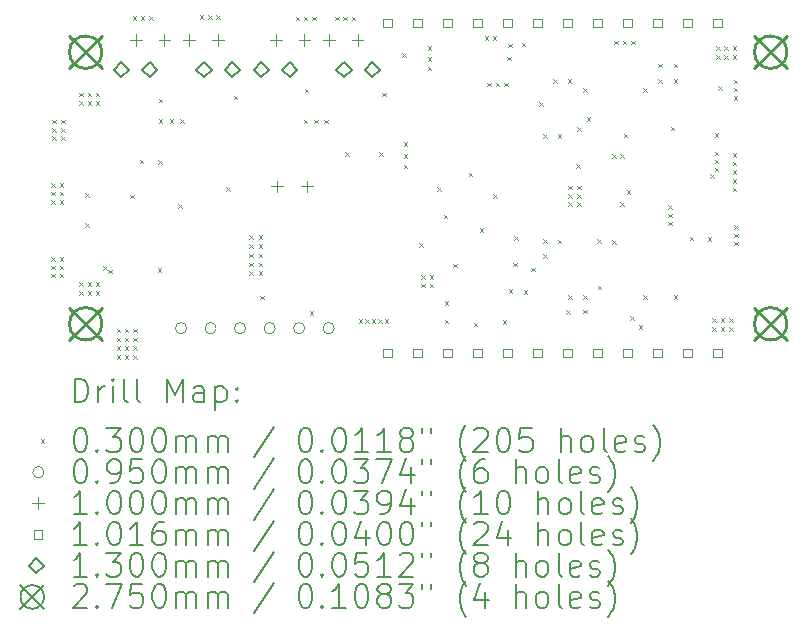
<source format=gbr>
%TF.GenerationSoftware,KiCad,Pcbnew,7.0.6*%
%TF.CreationDate,2023-10-11T20:15:25+08:00*%
%TF.ProjectId,PCB_ESP32WROOM32E_RPI_Zero_Form_Hackster,5043425f-4553-4503-9332-57524f4f4d33,rev?*%
%TF.SameCoordinates,Original*%
%TF.FileFunction,Drillmap*%
%TF.FilePolarity,Positive*%
%FSLAX45Y45*%
G04 Gerber Fmt 4.5, Leading zero omitted, Abs format (unit mm)*
G04 Created by KiCad (PCBNEW 7.0.6) date 2023-10-11 20:15:25*
%MOMM*%
%LPD*%
G01*
G04 APERTURE LIST*
%ADD10C,0.200000*%
%ADD11C,0.030000*%
%ADD12C,0.095000*%
%ADD13C,0.100000*%
%ADD14C,0.101600*%
%ADD15C,0.130000*%
%ADD16C,0.275000*%
G04 APERTURE END LIST*
D10*
D11*
X6820000Y-9565000D02*
X6850000Y-9595000D01*
X6850000Y-9565000D02*
X6820000Y-9595000D01*
X6820000Y-9635000D02*
X6850000Y-9665000D01*
X6850000Y-9635000D02*
X6820000Y-9665000D01*
X6820000Y-9705000D02*
X6850000Y-9735000D01*
X6850000Y-9705000D02*
X6820000Y-9735000D01*
X6820000Y-10190000D02*
X6850000Y-10220000D01*
X6850000Y-10190000D02*
X6820000Y-10220000D01*
X6820000Y-10260000D02*
X6850000Y-10290000D01*
X6850000Y-10260000D02*
X6820000Y-10290000D01*
X6820000Y-10330000D02*
X6850000Y-10360000D01*
X6850000Y-10330000D02*
X6820000Y-10360000D01*
X6830000Y-9025000D02*
X6860000Y-9055000D01*
X6860000Y-9025000D02*
X6830000Y-9055000D01*
X6830000Y-9095000D02*
X6860000Y-9125000D01*
X6860000Y-9095000D02*
X6830000Y-9125000D01*
X6830000Y-9165000D02*
X6860000Y-9195000D01*
X6860000Y-9165000D02*
X6830000Y-9195000D01*
X6895000Y-9565000D02*
X6925000Y-9595000D01*
X6925000Y-9565000D02*
X6895000Y-9595000D01*
X6895000Y-9635000D02*
X6925000Y-9665000D01*
X6925000Y-9635000D02*
X6895000Y-9665000D01*
X6895000Y-9705000D02*
X6925000Y-9735000D01*
X6925000Y-9705000D02*
X6895000Y-9735000D01*
X6895000Y-10190000D02*
X6925000Y-10220000D01*
X6925000Y-10190000D02*
X6895000Y-10220000D01*
X6895000Y-10260000D02*
X6925000Y-10290000D01*
X6925000Y-10260000D02*
X6895000Y-10290000D01*
X6895000Y-10330000D02*
X6925000Y-10360000D01*
X6925000Y-10330000D02*
X6895000Y-10360000D01*
X6905000Y-9025000D02*
X6935000Y-9055000D01*
X6935000Y-9025000D02*
X6905000Y-9055000D01*
X6905000Y-9095000D02*
X6935000Y-9125000D01*
X6935000Y-9095000D02*
X6905000Y-9125000D01*
X6905000Y-9165000D02*
X6935000Y-9195000D01*
X6935000Y-9165000D02*
X6905000Y-9195000D01*
X7060000Y-8795000D02*
X7090000Y-8825000D01*
X7090000Y-8795000D02*
X7060000Y-8825000D01*
X7060000Y-8870000D02*
X7090000Y-8900000D01*
X7090000Y-8870000D02*
X7060000Y-8900000D01*
X7060000Y-10400000D02*
X7090000Y-10430000D01*
X7090000Y-10400000D02*
X7060000Y-10430000D01*
X7060000Y-10475000D02*
X7090000Y-10505000D01*
X7090000Y-10475000D02*
X7060000Y-10505000D01*
X7107650Y-9649420D02*
X7137650Y-9679420D01*
X7137650Y-9649420D02*
X7107650Y-9679420D01*
X7108750Y-9900000D02*
X7138750Y-9930000D01*
X7138750Y-9900000D02*
X7108750Y-9930000D01*
X7130000Y-8795000D02*
X7160000Y-8825000D01*
X7160000Y-8795000D02*
X7130000Y-8825000D01*
X7130000Y-8870000D02*
X7160000Y-8900000D01*
X7160000Y-8870000D02*
X7130000Y-8900000D01*
X7130000Y-10400000D02*
X7160000Y-10430000D01*
X7160000Y-10400000D02*
X7130000Y-10430000D01*
X7130000Y-10475000D02*
X7160000Y-10505000D01*
X7160000Y-10475000D02*
X7130000Y-10505000D01*
X7200000Y-8795000D02*
X7230000Y-8825000D01*
X7230000Y-8795000D02*
X7200000Y-8825000D01*
X7200000Y-8870000D02*
X7230000Y-8900000D01*
X7230000Y-8870000D02*
X7200000Y-8900000D01*
X7200000Y-10400000D02*
X7230000Y-10430000D01*
X7230000Y-10400000D02*
X7200000Y-10430000D01*
X7200000Y-10475000D02*
X7230000Y-10505000D01*
X7230000Y-10475000D02*
X7200000Y-10505000D01*
X7260000Y-10265000D02*
X7290000Y-10295000D01*
X7290000Y-10265000D02*
X7260000Y-10295000D01*
X7305000Y-10295000D02*
X7335000Y-10325000D01*
X7335000Y-10295000D02*
X7305000Y-10325000D01*
X7375000Y-10795000D02*
X7405000Y-10825000D01*
X7405000Y-10795000D02*
X7375000Y-10825000D01*
X7375000Y-10870000D02*
X7405000Y-10900000D01*
X7405000Y-10870000D02*
X7375000Y-10900000D01*
X7375000Y-10945000D02*
X7405000Y-10975000D01*
X7405000Y-10945000D02*
X7375000Y-10975000D01*
X7375000Y-11020000D02*
X7405000Y-11050000D01*
X7405000Y-11020000D02*
X7375000Y-11050000D01*
X7445000Y-10795000D02*
X7475000Y-10825000D01*
X7475000Y-10795000D02*
X7445000Y-10825000D01*
X7445000Y-10870000D02*
X7475000Y-10900000D01*
X7475000Y-10870000D02*
X7445000Y-10900000D01*
X7445000Y-10945000D02*
X7475000Y-10975000D01*
X7475000Y-10945000D02*
X7445000Y-10975000D01*
X7445000Y-11020000D02*
X7475000Y-11050000D01*
X7475000Y-11020000D02*
X7445000Y-11050000D01*
X7490000Y-9660000D02*
X7520000Y-9690000D01*
X7520000Y-9660000D02*
X7490000Y-9690000D01*
X7510000Y-8150000D02*
X7540000Y-8180000D01*
X7540000Y-8150000D02*
X7510000Y-8180000D01*
X7515000Y-10795000D02*
X7545000Y-10825000D01*
X7545000Y-10795000D02*
X7515000Y-10825000D01*
X7515000Y-10870000D02*
X7545000Y-10900000D01*
X7545000Y-10870000D02*
X7515000Y-10900000D01*
X7515000Y-10945000D02*
X7545000Y-10975000D01*
X7545000Y-10945000D02*
X7515000Y-10975000D01*
X7515000Y-11020000D02*
X7545000Y-11050000D01*
X7545000Y-11020000D02*
X7515000Y-11050000D01*
X7569900Y-9363170D02*
X7599900Y-9393170D01*
X7599900Y-9363170D02*
X7569900Y-9393170D01*
X7580000Y-8150000D02*
X7610000Y-8180000D01*
X7610000Y-8150000D02*
X7580000Y-8180000D01*
X7650000Y-8150000D02*
X7680000Y-8180000D01*
X7680000Y-8150000D02*
X7650000Y-8180000D01*
X7724000Y-10281000D02*
X7754000Y-10311000D01*
X7754000Y-10281000D02*
X7724000Y-10311000D01*
X7726000Y-9366000D02*
X7756000Y-9396000D01*
X7756000Y-9366000D02*
X7726000Y-9396000D01*
X7730000Y-8848750D02*
X7760000Y-8878750D01*
X7760000Y-8848750D02*
X7730000Y-8878750D01*
X7730000Y-9020000D02*
X7760000Y-9050000D01*
X7760000Y-9020000D02*
X7730000Y-9050000D01*
X7825000Y-9020000D02*
X7855000Y-9050000D01*
X7855000Y-9020000D02*
X7825000Y-9050000D01*
X7895000Y-9740000D02*
X7925000Y-9770000D01*
X7925000Y-9740000D02*
X7895000Y-9770000D01*
X7915000Y-9020000D02*
X7945000Y-9050000D01*
X7945000Y-9020000D02*
X7915000Y-9050000D01*
X8080000Y-8140000D02*
X8110000Y-8170000D01*
X8110000Y-8140000D02*
X8080000Y-8170000D01*
X8150000Y-8140000D02*
X8180000Y-8170000D01*
X8180000Y-8140000D02*
X8150000Y-8170000D01*
X8220000Y-8140000D02*
X8250000Y-8170000D01*
X8250000Y-8140000D02*
X8220000Y-8170000D01*
X8305000Y-9595000D02*
X8335000Y-9625000D01*
X8335000Y-9595000D02*
X8305000Y-9625000D01*
X8368000Y-8822000D02*
X8398000Y-8852000D01*
X8398000Y-8822000D02*
X8368000Y-8852000D01*
X8500000Y-10005000D02*
X8530000Y-10035000D01*
X8530000Y-10005000D02*
X8500000Y-10035000D01*
X8500000Y-10080000D02*
X8530000Y-10110000D01*
X8530000Y-10080000D02*
X8500000Y-10110000D01*
X8500000Y-10160000D02*
X8530000Y-10190000D01*
X8530000Y-10160000D02*
X8500000Y-10190000D01*
X8500000Y-10235000D02*
X8530000Y-10265000D01*
X8530000Y-10235000D02*
X8500000Y-10265000D01*
X8500000Y-10310000D02*
X8530000Y-10340000D01*
X8530000Y-10310000D02*
X8500000Y-10340000D01*
X8580000Y-10005000D02*
X8610000Y-10035000D01*
X8610000Y-10005000D02*
X8580000Y-10035000D01*
X8580000Y-10080000D02*
X8610000Y-10110000D01*
X8610000Y-10080000D02*
X8580000Y-10110000D01*
X8580000Y-10160000D02*
X8610000Y-10190000D01*
X8610000Y-10160000D02*
X8580000Y-10190000D01*
X8580000Y-10235000D02*
X8610000Y-10265000D01*
X8610000Y-10235000D02*
X8580000Y-10265000D01*
X8580000Y-10310000D02*
X8610000Y-10340000D01*
X8610000Y-10310000D02*
X8580000Y-10340000D01*
X8590000Y-10515000D02*
X8620000Y-10545000D01*
X8620000Y-10515000D02*
X8590000Y-10545000D01*
X8890000Y-8155000D02*
X8920000Y-8185000D01*
X8920000Y-8155000D02*
X8890000Y-8185000D01*
X8960000Y-8155000D02*
X8990000Y-8185000D01*
X8990000Y-8155000D02*
X8960000Y-8185000D01*
X8960000Y-9025000D02*
X8990000Y-9055000D01*
X8990000Y-9025000D02*
X8960000Y-9055000D01*
X8967500Y-8761000D02*
X8997500Y-8791000D01*
X8997500Y-8761000D02*
X8967500Y-8791000D01*
X9010000Y-10645000D02*
X9040000Y-10675000D01*
X9040000Y-10645000D02*
X9010000Y-10675000D01*
X9030000Y-8155000D02*
X9060000Y-8185000D01*
X9060000Y-8155000D02*
X9030000Y-8185000D01*
X9050000Y-9025000D02*
X9080000Y-9055000D01*
X9080000Y-9025000D02*
X9050000Y-9055000D01*
X9135000Y-9025000D02*
X9165000Y-9055000D01*
X9165000Y-9025000D02*
X9135000Y-9055000D01*
X9225000Y-8155000D02*
X9255000Y-8185000D01*
X9255000Y-8155000D02*
X9225000Y-8185000D01*
X9295000Y-8155000D02*
X9325000Y-8185000D01*
X9325000Y-8155000D02*
X9295000Y-8185000D01*
X9309000Y-9301000D02*
X9339000Y-9331000D01*
X9339000Y-9301000D02*
X9309000Y-9331000D01*
X9365000Y-8155000D02*
X9395000Y-8185000D01*
X9395000Y-8155000D02*
X9365000Y-8185000D01*
X9425000Y-10715000D02*
X9455000Y-10745000D01*
X9455000Y-10715000D02*
X9425000Y-10745000D01*
X9480000Y-10715000D02*
X9510000Y-10745000D01*
X9510000Y-10715000D02*
X9480000Y-10745000D01*
X9535000Y-10715000D02*
X9565000Y-10745000D01*
X9565000Y-10715000D02*
X9535000Y-10745000D01*
X9590000Y-10715000D02*
X9620000Y-10745000D01*
X9620000Y-10715000D02*
X9590000Y-10745000D01*
X9600000Y-9300000D02*
X9630000Y-9330000D01*
X9630000Y-9300000D02*
X9600000Y-9330000D01*
X9626000Y-8796000D02*
X9656000Y-8826000D01*
X9656000Y-8796000D02*
X9626000Y-8826000D01*
X9645000Y-10715000D02*
X9675000Y-10745000D01*
X9675000Y-10715000D02*
X9645000Y-10745000D01*
X9792000Y-8461000D02*
X9822000Y-8491000D01*
X9822000Y-8461000D02*
X9792000Y-8491000D01*
X9805000Y-9215000D02*
X9835000Y-9245000D01*
X9835000Y-9215000D02*
X9805000Y-9245000D01*
X9805000Y-9315000D02*
X9835000Y-9345000D01*
X9835000Y-9315000D02*
X9805000Y-9345000D01*
X9805000Y-9405000D02*
X9835000Y-9435000D01*
X9835000Y-9405000D02*
X9805000Y-9435000D01*
X9935000Y-10070000D02*
X9965000Y-10100000D01*
X9965000Y-10070000D02*
X9935000Y-10100000D01*
X9955000Y-10340000D02*
X9985000Y-10370000D01*
X9985000Y-10340000D02*
X9955000Y-10370000D01*
X9955000Y-10415000D02*
X9985000Y-10445000D01*
X9985000Y-10415000D02*
X9955000Y-10445000D01*
X10010000Y-8405000D02*
X10040000Y-8435000D01*
X10040000Y-8405000D02*
X10010000Y-8435000D01*
X10010000Y-8495000D02*
X10040000Y-8525000D01*
X10040000Y-8495000D02*
X10010000Y-8525000D01*
X10010000Y-8575000D02*
X10040000Y-8605000D01*
X10040000Y-8575000D02*
X10010000Y-8605000D01*
X10025000Y-10340000D02*
X10055000Y-10370000D01*
X10055000Y-10340000D02*
X10025000Y-10370000D01*
X10025000Y-10415000D02*
X10055000Y-10445000D01*
X10055000Y-10415000D02*
X10025000Y-10445000D01*
X10090000Y-9595000D02*
X10120000Y-9625000D01*
X10120000Y-9595000D02*
X10090000Y-9625000D01*
X10145000Y-9830000D02*
X10175000Y-9860000D01*
X10175000Y-9830000D02*
X10145000Y-9860000D01*
X10151250Y-10560000D02*
X10181250Y-10590000D01*
X10181250Y-10560000D02*
X10151250Y-10590000D01*
X10151250Y-10720000D02*
X10181250Y-10750000D01*
X10181250Y-10720000D02*
X10151250Y-10750000D01*
X10225000Y-10245000D02*
X10255000Y-10275000D01*
X10255000Y-10245000D02*
X10225000Y-10275000D01*
X10357800Y-9474200D02*
X10387800Y-9504200D01*
X10387800Y-9474200D02*
X10357800Y-9504200D01*
X10400000Y-10745000D02*
X10430000Y-10775000D01*
X10430000Y-10745000D02*
X10400000Y-10775000D01*
X10450000Y-9945000D02*
X10480000Y-9975000D01*
X10480000Y-9945000D02*
X10450000Y-9975000D01*
X10490000Y-8320000D02*
X10520000Y-8350000D01*
X10520000Y-8320000D02*
X10490000Y-8350000D01*
X10515000Y-8710000D02*
X10545000Y-8740000D01*
X10545000Y-8710000D02*
X10515000Y-8740000D01*
X10560000Y-8320000D02*
X10590000Y-8350000D01*
X10590000Y-8320000D02*
X10560000Y-8350000D01*
X10562350Y-9654700D02*
X10592350Y-9684700D01*
X10592350Y-9654700D02*
X10562350Y-9684700D01*
X10585000Y-8710000D02*
X10615000Y-8740000D01*
X10615000Y-8710000D02*
X10585000Y-8740000D01*
X10645000Y-10725000D02*
X10675000Y-10755000D01*
X10675000Y-10725000D02*
X10645000Y-10755000D01*
X10655000Y-8710000D02*
X10685000Y-8740000D01*
X10685000Y-8710000D02*
X10655000Y-8740000D01*
X10680000Y-8492550D02*
X10710000Y-8522550D01*
X10710000Y-8492550D02*
X10680000Y-8522550D01*
X10690000Y-8380000D02*
X10720000Y-8410000D01*
X10720000Y-8380000D02*
X10690000Y-8410000D01*
X10695000Y-10460000D02*
X10725000Y-10490000D01*
X10725000Y-10460000D02*
X10695000Y-10490000D01*
X10733050Y-10237450D02*
X10763050Y-10267450D01*
X10763050Y-10237450D02*
X10733050Y-10267450D01*
X10740000Y-10010000D02*
X10770000Y-10040000D01*
X10770000Y-10010000D02*
X10740000Y-10040000D01*
X10805000Y-8372550D02*
X10835000Y-8402550D01*
X10835000Y-8372550D02*
X10805000Y-8402550D01*
X10820000Y-10470000D02*
X10850000Y-10500000D01*
X10850000Y-10470000D02*
X10820000Y-10500000D01*
X10885000Y-10280000D02*
X10915000Y-10310000D01*
X10915000Y-10280000D02*
X10885000Y-10310000D01*
X10955000Y-8875000D02*
X10985000Y-8905000D01*
X10985000Y-8875000D02*
X10955000Y-8905000D01*
X10985000Y-9148000D02*
X11015000Y-9178000D01*
X11015000Y-9148000D02*
X10985000Y-9178000D01*
X10985000Y-10036000D02*
X11015000Y-10066000D01*
X11015000Y-10036000D02*
X10985000Y-10066000D01*
X10985000Y-10165000D02*
X11015000Y-10195000D01*
X11015000Y-10165000D02*
X10985000Y-10195000D01*
X11070000Y-8680000D02*
X11100000Y-8710000D01*
X11100000Y-8680000D02*
X11070000Y-8710000D01*
X11110000Y-9150000D02*
X11140000Y-9180000D01*
X11140000Y-9150000D02*
X11110000Y-9180000D01*
X11110000Y-10040000D02*
X11140000Y-10070000D01*
X11140000Y-10040000D02*
X11110000Y-10070000D01*
X11180000Y-10640000D02*
X11210000Y-10670000D01*
X11210000Y-10640000D02*
X11180000Y-10670000D01*
X11195000Y-8680000D02*
X11225000Y-8710000D01*
X11225000Y-8680000D02*
X11195000Y-8710000D01*
X11200000Y-9585000D02*
X11230000Y-9615000D01*
X11230000Y-9585000D02*
X11200000Y-9615000D01*
X11200000Y-9655000D02*
X11230000Y-9685000D01*
X11230000Y-9655000D02*
X11200000Y-9685000D01*
X11200000Y-9725000D02*
X11230000Y-9755000D01*
X11230000Y-9725000D02*
X11200000Y-9755000D01*
X11200000Y-10510000D02*
X11230000Y-10540000D01*
X11230000Y-10510000D02*
X11200000Y-10540000D01*
X11265000Y-9400000D02*
X11295000Y-9430000D01*
X11295000Y-9400000D02*
X11265000Y-9430000D01*
X11275000Y-9090000D02*
X11305000Y-9120000D01*
X11305000Y-9090000D02*
X11275000Y-9120000D01*
X11275000Y-9585000D02*
X11305000Y-9615000D01*
X11305000Y-9585000D02*
X11275000Y-9615000D01*
X11275000Y-9655000D02*
X11305000Y-9685000D01*
X11305000Y-9655000D02*
X11275000Y-9685000D01*
X11275000Y-9725000D02*
X11305000Y-9755000D01*
X11305000Y-9725000D02*
X11275000Y-9755000D01*
X11325000Y-8760000D02*
X11355000Y-8790000D01*
X11355000Y-8760000D02*
X11325000Y-8790000D01*
X11325000Y-10510000D02*
X11355000Y-10540000D01*
X11355000Y-10510000D02*
X11325000Y-10540000D01*
X11325000Y-10635000D02*
X11355000Y-10665000D01*
X11355000Y-10635000D02*
X11325000Y-10665000D01*
X11355000Y-9005000D02*
X11385000Y-9035000D01*
X11385000Y-9005000D02*
X11355000Y-9035000D01*
X11445000Y-10035000D02*
X11475000Y-10065000D01*
X11475000Y-10035000D02*
X11445000Y-10065000D01*
X11450000Y-10430000D02*
X11480000Y-10460000D01*
X11480000Y-10430000D02*
X11450000Y-10460000D01*
X11570000Y-9315000D02*
X11600000Y-9345000D01*
X11600000Y-9315000D02*
X11570000Y-9345000D01*
X11572500Y-10047500D02*
X11602500Y-10077500D01*
X11602500Y-10047500D02*
X11572500Y-10077500D01*
X11590000Y-8355000D02*
X11620000Y-8385000D01*
X11620000Y-8355000D02*
X11590000Y-8385000D01*
X11640000Y-9315000D02*
X11670000Y-9345000D01*
X11670000Y-9315000D02*
X11640000Y-9345000D01*
X11640000Y-9725000D02*
X11670000Y-9755000D01*
X11670000Y-9725000D02*
X11640000Y-9755000D01*
X11660000Y-8355000D02*
X11690000Y-8385000D01*
X11690000Y-8355000D02*
X11660000Y-8385000D01*
X11670000Y-9145000D02*
X11700000Y-9175000D01*
X11700000Y-9145000D02*
X11670000Y-9175000D01*
X11695000Y-9620000D02*
X11725000Y-9650000D01*
X11725000Y-9620000D02*
X11695000Y-9650000D01*
X11725000Y-10690000D02*
X11755000Y-10720000D01*
X11755000Y-10690000D02*
X11725000Y-10720000D01*
X11730000Y-8355000D02*
X11760000Y-8385000D01*
X11760000Y-8355000D02*
X11730000Y-8385000D01*
X11795000Y-10765000D02*
X11825000Y-10795000D01*
X11825000Y-10765000D02*
X11795000Y-10795000D01*
X11832000Y-8760000D02*
X11862000Y-8790000D01*
X11862000Y-8760000D02*
X11832000Y-8790000D01*
X11834000Y-10511000D02*
X11864000Y-10541000D01*
X11864000Y-10511000D02*
X11834000Y-10541000D01*
X11960000Y-8680000D02*
X11990000Y-8710000D01*
X11990000Y-8680000D02*
X11960000Y-8710000D01*
X11961000Y-8552000D02*
X11991000Y-8582000D01*
X11991000Y-8552000D02*
X11961000Y-8582000D01*
X12045000Y-9750000D02*
X12075000Y-9780000D01*
X12075000Y-9750000D02*
X12045000Y-9780000D01*
X12045000Y-9820000D02*
X12075000Y-9850000D01*
X12075000Y-9820000D02*
X12045000Y-9850000D01*
X12045000Y-9890000D02*
X12075000Y-9920000D01*
X12075000Y-9890000D02*
X12045000Y-9920000D01*
X12065000Y-9085000D02*
X12095000Y-9115000D01*
X12095000Y-9085000D02*
X12065000Y-9115000D01*
X12090000Y-8550000D02*
X12120000Y-8580000D01*
X12120000Y-8550000D02*
X12090000Y-8580000D01*
X12090000Y-8680000D02*
X12120000Y-8710000D01*
X12120000Y-8680000D02*
X12090000Y-8710000D01*
X12090000Y-10510000D02*
X12120000Y-10540000D01*
X12120000Y-10510000D02*
X12090000Y-10540000D01*
X12226000Y-10016250D02*
X12256000Y-10046250D01*
X12256000Y-10016250D02*
X12226000Y-10046250D01*
X12379000Y-10018250D02*
X12409000Y-10048250D01*
X12409000Y-10018250D02*
X12379000Y-10048250D01*
X12400000Y-9487500D02*
X12430000Y-9517500D01*
X12430000Y-9487500D02*
X12400000Y-9517500D01*
X12420000Y-10705000D02*
X12450000Y-10735000D01*
X12450000Y-10705000D02*
X12420000Y-10735000D01*
X12420000Y-10780000D02*
X12450000Y-10810000D01*
X12450000Y-10780000D02*
X12420000Y-10810000D01*
X12437500Y-9295000D02*
X12467500Y-9325000D01*
X12467500Y-9295000D02*
X12437500Y-9325000D01*
X12437500Y-9362500D02*
X12467500Y-9392500D01*
X12467500Y-9362500D02*
X12437500Y-9392500D01*
X12437500Y-9432500D02*
X12467500Y-9462500D01*
X12467500Y-9432500D02*
X12437500Y-9462500D01*
X12439000Y-9141000D02*
X12469000Y-9171000D01*
X12469000Y-9141000D02*
X12439000Y-9171000D01*
X12450000Y-8405000D02*
X12480000Y-8435000D01*
X12480000Y-8405000D02*
X12450000Y-8435000D01*
X12450000Y-8480000D02*
X12480000Y-8510000D01*
X12480000Y-8480000D02*
X12450000Y-8510000D01*
X12469500Y-8742500D02*
X12499500Y-8772500D01*
X12499500Y-8742500D02*
X12469500Y-8772500D01*
X12490000Y-10705000D02*
X12520000Y-10735000D01*
X12520000Y-10705000D02*
X12490000Y-10735000D01*
X12490000Y-10780000D02*
X12520000Y-10810000D01*
X12520000Y-10780000D02*
X12490000Y-10810000D01*
X12520000Y-8405000D02*
X12550000Y-8435000D01*
X12550000Y-8405000D02*
X12520000Y-8435000D01*
X12520000Y-8480000D02*
X12550000Y-8510000D01*
X12550000Y-8480000D02*
X12520000Y-8510000D01*
X12560000Y-10705000D02*
X12590000Y-10735000D01*
X12590000Y-10705000D02*
X12560000Y-10735000D01*
X12560000Y-10780000D02*
X12590000Y-10810000D01*
X12590000Y-10780000D02*
X12560000Y-10810000D01*
X12590000Y-8405000D02*
X12620000Y-8435000D01*
X12620000Y-8405000D02*
X12590000Y-8435000D01*
X12590000Y-8480000D02*
X12620000Y-8510000D01*
X12620000Y-8480000D02*
X12590000Y-8510000D01*
X12590000Y-9527500D02*
X12620000Y-9557500D01*
X12620000Y-9527500D02*
X12590000Y-9557500D01*
X12590000Y-9600000D02*
X12620000Y-9630000D01*
X12620000Y-9600000D02*
X12590000Y-9630000D01*
X12592500Y-9310000D02*
X12622500Y-9340000D01*
X12622500Y-9310000D02*
X12592500Y-9340000D01*
X12592500Y-9382500D02*
X12622500Y-9412500D01*
X12622500Y-9382500D02*
X12592500Y-9412500D01*
X12592500Y-9455000D02*
X12622500Y-9485000D01*
X12622500Y-9455000D02*
X12592500Y-9485000D01*
X12600000Y-8685000D02*
X12630000Y-8715000D01*
X12630000Y-8685000D02*
X12600000Y-8715000D01*
X12600000Y-8755000D02*
X12630000Y-8785000D01*
X12630000Y-8755000D02*
X12600000Y-8785000D01*
X12600000Y-8825000D02*
X12630000Y-8855000D01*
X12630000Y-8825000D02*
X12600000Y-8855000D01*
X12605000Y-9920000D02*
X12635000Y-9950000D01*
X12635000Y-9920000D02*
X12605000Y-9950000D01*
X12605000Y-9990000D02*
X12635000Y-10020000D01*
X12635000Y-9990000D02*
X12605000Y-10020000D01*
X12605000Y-10060000D02*
X12635000Y-10090000D01*
X12635000Y-10060000D02*
X12605000Y-10090000D01*
D12*
X7967500Y-10790000D02*
G75*
G03*
X7967500Y-10790000I-47500J0D01*
G01*
X8217500Y-10790000D02*
G75*
G03*
X8217500Y-10790000I-47500J0D01*
G01*
X8467500Y-10790000D02*
G75*
G03*
X8467500Y-10790000I-47500J0D01*
G01*
X8717500Y-10790000D02*
G75*
G03*
X8717500Y-10790000I-47500J0D01*
G01*
X8967500Y-10790000D02*
G75*
G03*
X8967500Y-10790000I-47500J0D01*
G01*
X9217500Y-10790000D02*
G75*
G03*
X9217500Y-10790000I-47500J0D01*
G01*
D13*
X7540000Y-8300000D02*
X7540000Y-8400000D01*
X7490000Y-8350000D02*
X7590000Y-8350000D01*
X7780000Y-8300000D02*
X7780000Y-8400000D01*
X7730000Y-8350000D02*
X7830000Y-8350000D01*
X7990000Y-8300000D02*
X7990000Y-8400000D01*
X7940000Y-8350000D02*
X8040000Y-8350000D01*
X8230000Y-8300000D02*
X8230000Y-8400000D01*
X8180000Y-8350000D02*
X8280000Y-8350000D01*
X8725000Y-8300000D02*
X8725000Y-8400000D01*
X8675000Y-8350000D02*
X8775000Y-8350000D01*
X8735000Y-9540000D02*
X8735000Y-9640000D01*
X8685000Y-9590000D02*
X8785000Y-9590000D01*
X8965000Y-8300000D02*
X8965000Y-8400000D01*
X8915000Y-8350000D02*
X9015000Y-8350000D01*
X8985000Y-9540000D02*
X8985000Y-9640000D01*
X8935000Y-9590000D02*
X9035000Y-9590000D01*
X9175000Y-8300000D02*
X9175000Y-8400000D01*
X9125000Y-8350000D02*
X9225000Y-8350000D01*
X9415000Y-8300000D02*
X9415000Y-8400000D01*
X9365000Y-8350000D02*
X9465000Y-8350000D01*
D14*
X9704921Y-8241921D02*
X9704921Y-8170079D01*
X9633079Y-8170079D01*
X9633079Y-8241921D01*
X9704921Y-8241921D01*
X9704921Y-11035921D02*
X9704921Y-10964079D01*
X9633079Y-10964079D01*
X9633079Y-11035921D01*
X9704921Y-11035921D01*
X9958921Y-8241921D02*
X9958921Y-8170079D01*
X9887079Y-8170079D01*
X9887079Y-8241921D01*
X9958921Y-8241921D01*
X9958921Y-11035921D02*
X9958921Y-10964079D01*
X9887079Y-10964079D01*
X9887079Y-11035921D01*
X9958921Y-11035921D01*
X10212921Y-8241921D02*
X10212921Y-8170079D01*
X10141079Y-8170079D01*
X10141079Y-8241921D01*
X10212921Y-8241921D01*
X10212921Y-11035921D02*
X10212921Y-10964079D01*
X10141079Y-10964079D01*
X10141079Y-11035921D01*
X10212921Y-11035921D01*
X10466921Y-8241921D02*
X10466921Y-8170079D01*
X10395079Y-8170079D01*
X10395079Y-8241921D01*
X10466921Y-8241921D01*
X10466921Y-11035921D02*
X10466921Y-10964079D01*
X10395079Y-10964079D01*
X10395079Y-11035921D01*
X10466921Y-11035921D01*
X10720921Y-8241921D02*
X10720921Y-8170079D01*
X10649079Y-8170079D01*
X10649079Y-8241921D01*
X10720921Y-8241921D01*
X10720921Y-11035921D02*
X10720921Y-10964079D01*
X10649079Y-10964079D01*
X10649079Y-11035921D01*
X10720921Y-11035921D01*
X10974921Y-8241921D02*
X10974921Y-8170079D01*
X10903079Y-8170079D01*
X10903079Y-8241921D01*
X10974921Y-8241921D01*
X10974921Y-11035921D02*
X10974921Y-10964079D01*
X10903079Y-10964079D01*
X10903079Y-11035921D01*
X10974921Y-11035921D01*
X11228921Y-8241921D02*
X11228921Y-8170079D01*
X11157079Y-8170079D01*
X11157079Y-8241921D01*
X11228921Y-8241921D01*
X11228921Y-11035921D02*
X11228921Y-10964079D01*
X11157079Y-10964079D01*
X11157079Y-11035921D01*
X11228921Y-11035921D01*
X11482921Y-8241921D02*
X11482921Y-8170079D01*
X11411079Y-8170079D01*
X11411079Y-8241921D01*
X11482921Y-8241921D01*
X11482921Y-11035921D02*
X11482921Y-10964079D01*
X11411079Y-10964079D01*
X11411079Y-11035921D01*
X11482921Y-11035921D01*
X11736921Y-8241921D02*
X11736921Y-8170079D01*
X11665079Y-8170079D01*
X11665079Y-8241921D01*
X11736921Y-8241921D01*
X11736921Y-11035921D02*
X11736921Y-10964079D01*
X11665079Y-10964079D01*
X11665079Y-11035921D01*
X11736921Y-11035921D01*
X11990921Y-8241921D02*
X11990921Y-8170079D01*
X11919079Y-8170079D01*
X11919079Y-8241921D01*
X11990921Y-8241921D01*
X11990921Y-11035921D02*
X11990921Y-10964079D01*
X11919079Y-10964079D01*
X11919079Y-11035921D01*
X11990921Y-11035921D01*
X12244921Y-8241921D02*
X12244921Y-8170079D01*
X12173079Y-8170079D01*
X12173079Y-8241921D01*
X12244921Y-8241921D01*
X12244921Y-11035921D02*
X12244921Y-10964079D01*
X12173079Y-10964079D01*
X12173079Y-11035921D01*
X12244921Y-11035921D01*
X12498921Y-8241921D02*
X12498921Y-8170079D01*
X12427079Y-8170079D01*
X12427079Y-8241921D01*
X12498921Y-8241921D01*
X12498921Y-11035921D02*
X12498921Y-10964079D01*
X12427079Y-10964079D01*
X12427079Y-11035921D01*
X12498921Y-11035921D01*
D15*
X7415000Y-8665000D02*
X7480000Y-8600000D01*
X7415000Y-8535000D01*
X7350000Y-8600000D01*
X7415000Y-8665000D01*
X7655000Y-8665000D02*
X7720000Y-8600000D01*
X7655000Y-8535000D01*
X7590000Y-8600000D01*
X7655000Y-8665000D01*
X8115000Y-8665000D02*
X8180000Y-8600000D01*
X8115000Y-8535000D01*
X8050000Y-8600000D01*
X8115000Y-8665000D01*
X8355000Y-8665000D02*
X8420000Y-8600000D01*
X8355000Y-8535000D01*
X8290000Y-8600000D01*
X8355000Y-8665000D01*
X8600000Y-8665000D02*
X8665000Y-8600000D01*
X8600000Y-8535000D01*
X8535000Y-8600000D01*
X8600000Y-8665000D01*
X8840000Y-8665000D02*
X8905000Y-8600000D01*
X8840000Y-8535000D01*
X8775000Y-8600000D01*
X8840000Y-8665000D01*
X9300000Y-8665000D02*
X9365000Y-8600000D01*
X9300000Y-8535000D01*
X9235000Y-8600000D01*
X9300000Y-8665000D01*
X9540000Y-8665000D02*
X9605000Y-8600000D01*
X9540000Y-8535000D01*
X9475000Y-8600000D01*
X9540000Y-8665000D01*
D16*
X6975500Y-8315500D02*
X7250500Y-8590500D01*
X7250500Y-8315500D02*
X6975500Y-8590500D01*
X7250500Y-8453000D02*
G75*
G03*
X7250500Y-8453000I-137500J0D01*
G01*
X6975500Y-10615500D02*
X7250500Y-10890500D01*
X7250500Y-10615500D02*
X6975500Y-10890500D01*
X7250500Y-10753000D02*
G75*
G03*
X7250500Y-10753000I-137500J0D01*
G01*
X12775500Y-8315500D02*
X13050500Y-8590500D01*
X13050500Y-8315500D02*
X12775500Y-8590500D01*
X13050500Y-8453000D02*
G75*
G03*
X13050500Y-8453000I-137500J0D01*
G01*
X12775500Y-10615500D02*
X13050500Y-10890500D01*
X13050500Y-10615500D02*
X12775500Y-10890500D01*
X13050500Y-10753000D02*
G75*
G03*
X13050500Y-10753000I-137500J0D01*
G01*
D10*
X7021277Y-11416984D02*
X7021277Y-11216984D01*
X7021277Y-11216984D02*
X7068896Y-11216984D01*
X7068896Y-11216984D02*
X7097467Y-11226508D01*
X7097467Y-11226508D02*
X7116515Y-11245555D01*
X7116515Y-11245555D02*
X7126039Y-11264603D01*
X7126039Y-11264603D02*
X7135562Y-11302698D01*
X7135562Y-11302698D02*
X7135562Y-11331269D01*
X7135562Y-11331269D02*
X7126039Y-11369365D01*
X7126039Y-11369365D02*
X7116515Y-11388412D01*
X7116515Y-11388412D02*
X7097467Y-11407460D01*
X7097467Y-11407460D02*
X7068896Y-11416984D01*
X7068896Y-11416984D02*
X7021277Y-11416984D01*
X7221277Y-11416984D02*
X7221277Y-11283650D01*
X7221277Y-11321746D02*
X7230801Y-11302698D01*
X7230801Y-11302698D02*
X7240324Y-11293174D01*
X7240324Y-11293174D02*
X7259372Y-11283650D01*
X7259372Y-11283650D02*
X7278420Y-11283650D01*
X7345086Y-11416984D02*
X7345086Y-11283650D01*
X7345086Y-11216984D02*
X7335562Y-11226508D01*
X7335562Y-11226508D02*
X7345086Y-11236031D01*
X7345086Y-11236031D02*
X7354610Y-11226508D01*
X7354610Y-11226508D02*
X7345086Y-11216984D01*
X7345086Y-11216984D02*
X7345086Y-11236031D01*
X7468896Y-11416984D02*
X7449848Y-11407460D01*
X7449848Y-11407460D02*
X7440324Y-11388412D01*
X7440324Y-11388412D02*
X7440324Y-11216984D01*
X7573658Y-11416984D02*
X7554610Y-11407460D01*
X7554610Y-11407460D02*
X7545086Y-11388412D01*
X7545086Y-11388412D02*
X7545086Y-11216984D01*
X7802229Y-11416984D02*
X7802229Y-11216984D01*
X7802229Y-11216984D02*
X7868896Y-11359841D01*
X7868896Y-11359841D02*
X7935562Y-11216984D01*
X7935562Y-11216984D02*
X7935562Y-11416984D01*
X8116515Y-11416984D02*
X8116515Y-11312222D01*
X8116515Y-11312222D02*
X8106991Y-11293174D01*
X8106991Y-11293174D02*
X8087943Y-11283650D01*
X8087943Y-11283650D02*
X8049848Y-11283650D01*
X8049848Y-11283650D02*
X8030801Y-11293174D01*
X8116515Y-11407460D02*
X8097467Y-11416984D01*
X8097467Y-11416984D02*
X8049848Y-11416984D01*
X8049848Y-11416984D02*
X8030801Y-11407460D01*
X8030801Y-11407460D02*
X8021277Y-11388412D01*
X8021277Y-11388412D02*
X8021277Y-11369365D01*
X8021277Y-11369365D02*
X8030801Y-11350317D01*
X8030801Y-11350317D02*
X8049848Y-11340793D01*
X8049848Y-11340793D02*
X8097467Y-11340793D01*
X8097467Y-11340793D02*
X8116515Y-11331269D01*
X8211753Y-11283650D02*
X8211753Y-11483650D01*
X8211753Y-11293174D02*
X8230801Y-11283650D01*
X8230801Y-11283650D02*
X8268896Y-11283650D01*
X8268896Y-11283650D02*
X8287943Y-11293174D01*
X8287943Y-11293174D02*
X8297467Y-11302698D01*
X8297467Y-11302698D02*
X8306991Y-11321746D01*
X8306991Y-11321746D02*
X8306991Y-11378888D01*
X8306991Y-11378888D02*
X8297467Y-11397936D01*
X8297467Y-11397936D02*
X8287943Y-11407460D01*
X8287943Y-11407460D02*
X8268896Y-11416984D01*
X8268896Y-11416984D02*
X8230801Y-11416984D01*
X8230801Y-11416984D02*
X8211753Y-11407460D01*
X8392705Y-11397936D02*
X8402229Y-11407460D01*
X8402229Y-11407460D02*
X8392705Y-11416984D01*
X8392705Y-11416984D02*
X8383182Y-11407460D01*
X8383182Y-11407460D02*
X8392705Y-11397936D01*
X8392705Y-11397936D02*
X8392705Y-11416984D01*
X8392705Y-11293174D02*
X8402229Y-11302698D01*
X8402229Y-11302698D02*
X8392705Y-11312222D01*
X8392705Y-11312222D02*
X8383182Y-11302698D01*
X8383182Y-11302698D02*
X8392705Y-11293174D01*
X8392705Y-11293174D02*
X8392705Y-11312222D01*
D11*
X6730500Y-11730500D02*
X6760500Y-11760500D01*
X6760500Y-11730500D02*
X6730500Y-11760500D01*
D10*
X7059372Y-11636984D02*
X7078420Y-11636984D01*
X7078420Y-11636984D02*
X7097467Y-11646508D01*
X7097467Y-11646508D02*
X7106991Y-11656031D01*
X7106991Y-11656031D02*
X7116515Y-11675079D01*
X7116515Y-11675079D02*
X7126039Y-11713174D01*
X7126039Y-11713174D02*
X7126039Y-11760793D01*
X7126039Y-11760793D02*
X7116515Y-11798888D01*
X7116515Y-11798888D02*
X7106991Y-11817936D01*
X7106991Y-11817936D02*
X7097467Y-11827460D01*
X7097467Y-11827460D02*
X7078420Y-11836984D01*
X7078420Y-11836984D02*
X7059372Y-11836984D01*
X7059372Y-11836984D02*
X7040324Y-11827460D01*
X7040324Y-11827460D02*
X7030801Y-11817936D01*
X7030801Y-11817936D02*
X7021277Y-11798888D01*
X7021277Y-11798888D02*
X7011753Y-11760793D01*
X7011753Y-11760793D02*
X7011753Y-11713174D01*
X7011753Y-11713174D02*
X7021277Y-11675079D01*
X7021277Y-11675079D02*
X7030801Y-11656031D01*
X7030801Y-11656031D02*
X7040324Y-11646508D01*
X7040324Y-11646508D02*
X7059372Y-11636984D01*
X7211753Y-11817936D02*
X7221277Y-11827460D01*
X7221277Y-11827460D02*
X7211753Y-11836984D01*
X7211753Y-11836984D02*
X7202229Y-11827460D01*
X7202229Y-11827460D02*
X7211753Y-11817936D01*
X7211753Y-11817936D02*
X7211753Y-11836984D01*
X7287943Y-11636984D02*
X7411753Y-11636984D01*
X7411753Y-11636984D02*
X7345086Y-11713174D01*
X7345086Y-11713174D02*
X7373658Y-11713174D01*
X7373658Y-11713174D02*
X7392705Y-11722698D01*
X7392705Y-11722698D02*
X7402229Y-11732222D01*
X7402229Y-11732222D02*
X7411753Y-11751269D01*
X7411753Y-11751269D02*
X7411753Y-11798888D01*
X7411753Y-11798888D02*
X7402229Y-11817936D01*
X7402229Y-11817936D02*
X7392705Y-11827460D01*
X7392705Y-11827460D02*
X7373658Y-11836984D01*
X7373658Y-11836984D02*
X7316515Y-11836984D01*
X7316515Y-11836984D02*
X7297467Y-11827460D01*
X7297467Y-11827460D02*
X7287943Y-11817936D01*
X7535562Y-11636984D02*
X7554610Y-11636984D01*
X7554610Y-11636984D02*
X7573658Y-11646508D01*
X7573658Y-11646508D02*
X7583182Y-11656031D01*
X7583182Y-11656031D02*
X7592705Y-11675079D01*
X7592705Y-11675079D02*
X7602229Y-11713174D01*
X7602229Y-11713174D02*
X7602229Y-11760793D01*
X7602229Y-11760793D02*
X7592705Y-11798888D01*
X7592705Y-11798888D02*
X7583182Y-11817936D01*
X7583182Y-11817936D02*
X7573658Y-11827460D01*
X7573658Y-11827460D02*
X7554610Y-11836984D01*
X7554610Y-11836984D02*
X7535562Y-11836984D01*
X7535562Y-11836984D02*
X7516515Y-11827460D01*
X7516515Y-11827460D02*
X7506991Y-11817936D01*
X7506991Y-11817936D02*
X7497467Y-11798888D01*
X7497467Y-11798888D02*
X7487943Y-11760793D01*
X7487943Y-11760793D02*
X7487943Y-11713174D01*
X7487943Y-11713174D02*
X7497467Y-11675079D01*
X7497467Y-11675079D02*
X7506991Y-11656031D01*
X7506991Y-11656031D02*
X7516515Y-11646508D01*
X7516515Y-11646508D02*
X7535562Y-11636984D01*
X7726039Y-11636984D02*
X7745086Y-11636984D01*
X7745086Y-11636984D02*
X7764134Y-11646508D01*
X7764134Y-11646508D02*
X7773658Y-11656031D01*
X7773658Y-11656031D02*
X7783182Y-11675079D01*
X7783182Y-11675079D02*
X7792705Y-11713174D01*
X7792705Y-11713174D02*
X7792705Y-11760793D01*
X7792705Y-11760793D02*
X7783182Y-11798888D01*
X7783182Y-11798888D02*
X7773658Y-11817936D01*
X7773658Y-11817936D02*
X7764134Y-11827460D01*
X7764134Y-11827460D02*
X7745086Y-11836984D01*
X7745086Y-11836984D02*
X7726039Y-11836984D01*
X7726039Y-11836984D02*
X7706991Y-11827460D01*
X7706991Y-11827460D02*
X7697467Y-11817936D01*
X7697467Y-11817936D02*
X7687943Y-11798888D01*
X7687943Y-11798888D02*
X7678420Y-11760793D01*
X7678420Y-11760793D02*
X7678420Y-11713174D01*
X7678420Y-11713174D02*
X7687943Y-11675079D01*
X7687943Y-11675079D02*
X7697467Y-11656031D01*
X7697467Y-11656031D02*
X7706991Y-11646508D01*
X7706991Y-11646508D02*
X7726039Y-11636984D01*
X7878420Y-11836984D02*
X7878420Y-11703650D01*
X7878420Y-11722698D02*
X7887943Y-11713174D01*
X7887943Y-11713174D02*
X7906991Y-11703650D01*
X7906991Y-11703650D02*
X7935563Y-11703650D01*
X7935563Y-11703650D02*
X7954610Y-11713174D01*
X7954610Y-11713174D02*
X7964134Y-11732222D01*
X7964134Y-11732222D02*
X7964134Y-11836984D01*
X7964134Y-11732222D02*
X7973658Y-11713174D01*
X7973658Y-11713174D02*
X7992705Y-11703650D01*
X7992705Y-11703650D02*
X8021277Y-11703650D01*
X8021277Y-11703650D02*
X8040324Y-11713174D01*
X8040324Y-11713174D02*
X8049848Y-11732222D01*
X8049848Y-11732222D02*
X8049848Y-11836984D01*
X8145086Y-11836984D02*
X8145086Y-11703650D01*
X8145086Y-11722698D02*
X8154610Y-11713174D01*
X8154610Y-11713174D02*
X8173658Y-11703650D01*
X8173658Y-11703650D02*
X8202229Y-11703650D01*
X8202229Y-11703650D02*
X8221277Y-11713174D01*
X8221277Y-11713174D02*
X8230801Y-11732222D01*
X8230801Y-11732222D02*
X8230801Y-11836984D01*
X8230801Y-11732222D02*
X8240324Y-11713174D01*
X8240324Y-11713174D02*
X8259372Y-11703650D01*
X8259372Y-11703650D02*
X8287943Y-11703650D01*
X8287943Y-11703650D02*
X8306991Y-11713174D01*
X8306991Y-11713174D02*
X8316515Y-11732222D01*
X8316515Y-11732222D02*
X8316515Y-11836984D01*
X8706991Y-11627460D02*
X8535563Y-11884603D01*
X8964134Y-11636984D02*
X8983182Y-11636984D01*
X8983182Y-11636984D02*
X9002229Y-11646508D01*
X9002229Y-11646508D02*
X9011753Y-11656031D01*
X9011753Y-11656031D02*
X9021277Y-11675079D01*
X9021277Y-11675079D02*
X9030801Y-11713174D01*
X9030801Y-11713174D02*
X9030801Y-11760793D01*
X9030801Y-11760793D02*
X9021277Y-11798888D01*
X9021277Y-11798888D02*
X9011753Y-11817936D01*
X9011753Y-11817936D02*
X9002229Y-11827460D01*
X9002229Y-11827460D02*
X8983182Y-11836984D01*
X8983182Y-11836984D02*
X8964134Y-11836984D01*
X8964134Y-11836984D02*
X8945087Y-11827460D01*
X8945087Y-11827460D02*
X8935563Y-11817936D01*
X8935563Y-11817936D02*
X8926039Y-11798888D01*
X8926039Y-11798888D02*
X8916515Y-11760793D01*
X8916515Y-11760793D02*
X8916515Y-11713174D01*
X8916515Y-11713174D02*
X8926039Y-11675079D01*
X8926039Y-11675079D02*
X8935563Y-11656031D01*
X8935563Y-11656031D02*
X8945087Y-11646508D01*
X8945087Y-11646508D02*
X8964134Y-11636984D01*
X9116515Y-11817936D02*
X9126039Y-11827460D01*
X9126039Y-11827460D02*
X9116515Y-11836984D01*
X9116515Y-11836984D02*
X9106991Y-11827460D01*
X9106991Y-11827460D02*
X9116515Y-11817936D01*
X9116515Y-11817936D02*
X9116515Y-11836984D01*
X9249848Y-11636984D02*
X9268896Y-11636984D01*
X9268896Y-11636984D02*
X9287944Y-11646508D01*
X9287944Y-11646508D02*
X9297468Y-11656031D01*
X9297468Y-11656031D02*
X9306991Y-11675079D01*
X9306991Y-11675079D02*
X9316515Y-11713174D01*
X9316515Y-11713174D02*
X9316515Y-11760793D01*
X9316515Y-11760793D02*
X9306991Y-11798888D01*
X9306991Y-11798888D02*
X9297468Y-11817936D01*
X9297468Y-11817936D02*
X9287944Y-11827460D01*
X9287944Y-11827460D02*
X9268896Y-11836984D01*
X9268896Y-11836984D02*
X9249848Y-11836984D01*
X9249848Y-11836984D02*
X9230801Y-11827460D01*
X9230801Y-11827460D02*
X9221277Y-11817936D01*
X9221277Y-11817936D02*
X9211753Y-11798888D01*
X9211753Y-11798888D02*
X9202229Y-11760793D01*
X9202229Y-11760793D02*
X9202229Y-11713174D01*
X9202229Y-11713174D02*
X9211753Y-11675079D01*
X9211753Y-11675079D02*
X9221277Y-11656031D01*
X9221277Y-11656031D02*
X9230801Y-11646508D01*
X9230801Y-11646508D02*
X9249848Y-11636984D01*
X9506991Y-11836984D02*
X9392706Y-11836984D01*
X9449848Y-11836984D02*
X9449848Y-11636984D01*
X9449848Y-11636984D02*
X9430801Y-11665555D01*
X9430801Y-11665555D02*
X9411753Y-11684603D01*
X9411753Y-11684603D02*
X9392706Y-11694127D01*
X9697468Y-11836984D02*
X9583182Y-11836984D01*
X9640325Y-11836984D02*
X9640325Y-11636984D01*
X9640325Y-11636984D02*
X9621277Y-11665555D01*
X9621277Y-11665555D02*
X9602229Y-11684603D01*
X9602229Y-11684603D02*
X9583182Y-11694127D01*
X9811753Y-11722698D02*
X9792706Y-11713174D01*
X9792706Y-11713174D02*
X9783182Y-11703650D01*
X9783182Y-11703650D02*
X9773658Y-11684603D01*
X9773658Y-11684603D02*
X9773658Y-11675079D01*
X9773658Y-11675079D02*
X9783182Y-11656031D01*
X9783182Y-11656031D02*
X9792706Y-11646508D01*
X9792706Y-11646508D02*
X9811753Y-11636984D01*
X9811753Y-11636984D02*
X9849849Y-11636984D01*
X9849849Y-11636984D02*
X9868896Y-11646508D01*
X9868896Y-11646508D02*
X9878420Y-11656031D01*
X9878420Y-11656031D02*
X9887944Y-11675079D01*
X9887944Y-11675079D02*
X9887944Y-11684603D01*
X9887944Y-11684603D02*
X9878420Y-11703650D01*
X9878420Y-11703650D02*
X9868896Y-11713174D01*
X9868896Y-11713174D02*
X9849849Y-11722698D01*
X9849849Y-11722698D02*
X9811753Y-11722698D01*
X9811753Y-11722698D02*
X9792706Y-11732222D01*
X9792706Y-11732222D02*
X9783182Y-11741746D01*
X9783182Y-11741746D02*
X9773658Y-11760793D01*
X9773658Y-11760793D02*
X9773658Y-11798888D01*
X9773658Y-11798888D02*
X9783182Y-11817936D01*
X9783182Y-11817936D02*
X9792706Y-11827460D01*
X9792706Y-11827460D02*
X9811753Y-11836984D01*
X9811753Y-11836984D02*
X9849849Y-11836984D01*
X9849849Y-11836984D02*
X9868896Y-11827460D01*
X9868896Y-11827460D02*
X9878420Y-11817936D01*
X9878420Y-11817936D02*
X9887944Y-11798888D01*
X9887944Y-11798888D02*
X9887944Y-11760793D01*
X9887944Y-11760793D02*
X9878420Y-11741746D01*
X9878420Y-11741746D02*
X9868896Y-11732222D01*
X9868896Y-11732222D02*
X9849849Y-11722698D01*
X9964134Y-11636984D02*
X9964134Y-11675079D01*
X10040325Y-11636984D02*
X10040325Y-11675079D01*
X10335563Y-11913174D02*
X10326039Y-11903650D01*
X10326039Y-11903650D02*
X10306991Y-11875079D01*
X10306991Y-11875079D02*
X10297468Y-11856031D01*
X10297468Y-11856031D02*
X10287944Y-11827460D01*
X10287944Y-11827460D02*
X10278420Y-11779841D01*
X10278420Y-11779841D02*
X10278420Y-11741746D01*
X10278420Y-11741746D02*
X10287944Y-11694127D01*
X10287944Y-11694127D02*
X10297468Y-11665555D01*
X10297468Y-11665555D02*
X10306991Y-11646508D01*
X10306991Y-11646508D02*
X10326039Y-11617936D01*
X10326039Y-11617936D02*
X10335563Y-11608412D01*
X10402230Y-11656031D02*
X10411753Y-11646508D01*
X10411753Y-11646508D02*
X10430801Y-11636984D01*
X10430801Y-11636984D02*
X10478420Y-11636984D01*
X10478420Y-11636984D02*
X10497468Y-11646508D01*
X10497468Y-11646508D02*
X10506991Y-11656031D01*
X10506991Y-11656031D02*
X10516515Y-11675079D01*
X10516515Y-11675079D02*
X10516515Y-11694127D01*
X10516515Y-11694127D02*
X10506991Y-11722698D01*
X10506991Y-11722698D02*
X10392706Y-11836984D01*
X10392706Y-11836984D02*
X10516515Y-11836984D01*
X10640325Y-11636984D02*
X10659372Y-11636984D01*
X10659372Y-11636984D02*
X10678420Y-11646508D01*
X10678420Y-11646508D02*
X10687944Y-11656031D01*
X10687944Y-11656031D02*
X10697468Y-11675079D01*
X10697468Y-11675079D02*
X10706991Y-11713174D01*
X10706991Y-11713174D02*
X10706991Y-11760793D01*
X10706991Y-11760793D02*
X10697468Y-11798888D01*
X10697468Y-11798888D02*
X10687944Y-11817936D01*
X10687944Y-11817936D02*
X10678420Y-11827460D01*
X10678420Y-11827460D02*
X10659372Y-11836984D01*
X10659372Y-11836984D02*
X10640325Y-11836984D01*
X10640325Y-11836984D02*
X10621277Y-11827460D01*
X10621277Y-11827460D02*
X10611753Y-11817936D01*
X10611753Y-11817936D02*
X10602230Y-11798888D01*
X10602230Y-11798888D02*
X10592706Y-11760793D01*
X10592706Y-11760793D02*
X10592706Y-11713174D01*
X10592706Y-11713174D02*
X10602230Y-11675079D01*
X10602230Y-11675079D02*
X10611753Y-11656031D01*
X10611753Y-11656031D02*
X10621277Y-11646508D01*
X10621277Y-11646508D02*
X10640325Y-11636984D01*
X10887944Y-11636984D02*
X10792706Y-11636984D01*
X10792706Y-11636984D02*
X10783182Y-11732222D01*
X10783182Y-11732222D02*
X10792706Y-11722698D01*
X10792706Y-11722698D02*
X10811753Y-11713174D01*
X10811753Y-11713174D02*
X10859372Y-11713174D01*
X10859372Y-11713174D02*
X10878420Y-11722698D01*
X10878420Y-11722698D02*
X10887944Y-11732222D01*
X10887944Y-11732222D02*
X10897468Y-11751269D01*
X10897468Y-11751269D02*
X10897468Y-11798888D01*
X10897468Y-11798888D02*
X10887944Y-11817936D01*
X10887944Y-11817936D02*
X10878420Y-11827460D01*
X10878420Y-11827460D02*
X10859372Y-11836984D01*
X10859372Y-11836984D02*
X10811753Y-11836984D01*
X10811753Y-11836984D02*
X10792706Y-11827460D01*
X10792706Y-11827460D02*
X10783182Y-11817936D01*
X11135563Y-11836984D02*
X11135563Y-11636984D01*
X11221277Y-11836984D02*
X11221277Y-11732222D01*
X11221277Y-11732222D02*
X11211753Y-11713174D01*
X11211753Y-11713174D02*
X11192706Y-11703650D01*
X11192706Y-11703650D02*
X11164134Y-11703650D01*
X11164134Y-11703650D02*
X11145087Y-11713174D01*
X11145087Y-11713174D02*
X11135563Y-11722698D01*
X11345087Y-11836984D02*
X11326039Y-11827460D01*
X11326039Y-11827460D02*
X11316515Y-11817936D01*
X11316515Y-11817936D02*
X11306991Y-11798888D01*
X11306991Y-11798888D02*
X11306991Y-11741746D01*
X11306991Y-11741746D02*
X11316515Y-11722698D01*
X11316515Y-11722698D02*
X11326039Y-11713174D01*
X11326039Y-11713174D02*
X11345087Y-11703650D01*
X11345087Y-11703650D02*
X11373658Y-11703650D01*
X11373658Y-11703650D02*
X11392706Y-11713174D01*
X11392706Y-11713174D02*
X11402230Y-11722698D01*
X11402230Y-11722698D02*
X11411753Y-11741746D01*
X11411753Y-11741746D02*
X11411753Y-11798888D01*
X11411753Y-11798888D02*
X11402230Y-11817936D01*
X11402230Y-11817936D02*
X11392706Y-11827460D01*
X11392706Y-11827460D02*
X11373658Y-11836984D01*
X11373658Y-11836984D02*
X11345087Y-11836984D01*
X11526039Y-11836984D02*
X11506991Y-11827460D01*
X11506991Y-11827460D02*
X11497468Y-11808412D01*
X11497468Y-11808412D02*
X11497468Y-11636984D01*
X11678420Y-11827460D02*
X11659372Y-11836984D01*
X11659372Y-11836984D02*
X11621277Y-11836984D01*
X11621277Y-11836984D02*
X11602230Y-11827460D01*
X11602230Y-11827460D02*
X11592706Y-11808412D01*
X11592706Y-11808412D02*
X11592706Y-11732222D01*
X11592706Y-11732222D02*
X11602230Y-11713174D01*
X11602230Y-11713174D02*
X11621277Y-11703650D01*
X11621277Y-11703650D02*
X11659372Y-11703650D01*
X11659372Y-11703650D02*
X11678420Y-11713174D01*
X11678420Y-11713174D02*
X11687944Y-11732222D01*
X11687944Y-11732222D02*
X11687944Y-11751269D01*
X11687944Y-11751269D02*
X11592706Y-11770317D01*
X11764134Y-11827460D02*
X11783182Y-11836984D01*
X11783182Y-11836984D02*
X11821277Y-11836984D01*
X11821277Y-11836984D02*
X11840325Y-11827460D01*
X11840325Y-11827460D02*
X11849849Y-11808412D01*
X11849849Y-11808412D02*
X11849849Y-11798888D01*
X11849849Y-11798888D02*
X11840325Y-11779841D01*
X11840325Y-11779841D02*
X11821277Y-11770317D01*
X11821277Y-11770317D02*
X11792706Y-11770317D01*
X11792706Y-11770317D02*
X11773658Y-11760793D01*
X11773658Y-11760793D02*
X11764134Y-11741746D01*
X11764134Y-11741746D02*
X11764134Y-11732222D01*
X11764134Y-11732222D02*
X11773658Y-11713174D01*
X11773658Y-11713174D02*
X11792706Y-11703650D01*
X11792706Y-11703650D02*
X11821277Y-11703650D01*
X11821277Y-11703650D02*
X11840325Y-11713174D01*
X11916515Y-11913174D02*
X11926039Y-11903650D01*
X11926039Y-11903650D02*
X11945087Y-11875079D01*
X11945087Y-11875079D02*
X11954611Y-11856031D01*
X11954611Y-11856031D02*
X11964134Y-11827460D01*
X11964134Y-11827460D02*
X11973658Y-11779841D01*
X11973658Y-11779841D02*
X11973658Y-11741746D01*
X11973658Y-11741746D02*
X11964134Y-11694127D01*
X11964134Y-11694127D02*
X11954611Y-11665555D01*
X11954611Y-11665555D02*
X11945087Y-11646508D01*
X11945087Y-11646508D02*
X11926039Y-11617936D01*
X11926039Y-11617936D02*
X11916515Y-11608412D01*
D12*
X6760500Y-12009500D02*
G75*
G03*
X6760500Y-12009500I-47500J0D01*
G01*
D10*
X7059372Y-11900984D02*
X7078420Y-11900984D01*
X7078420Y-11900984D02*
X7097467Y-11910508D01*
X7097467Y-11910508D02*
X7106991Y-11920031D01*
X7106991Y-11920031D02*
X7116515Y-11939079D01*
X7116515Y-11939079D02*
X7126039Y-11977174D01*
X7126039Y-11977174D02*
X7126039Y-12024793D01*
X7126039Y-12024793D02*
X7116515Y-12062888D01*
X7116515Y-12062888D02*
X7106991Y-12081936D01*
X7106991Y-12081936D02*
X7097467Y-12091460D01*
X7097467Y-12091460D02*
X7078420Y-12100984D01*
X7078420Y-12100984D02*
X7059372Y-12100984D01*
X7059372Y-12100984D02*
X7040324Y-12091460D01*
X7040324Y-12091460D02*
X7030801Y-12081936D01*
X7030801Y-12081936D02*
X7021277Y-12062888D01*
X7021277Y-12062888D02*
X7011753Y-12024793D01*
X7011753Y-12024793D02*
X7011753Y-11977174D01*
X7011753Y-11977174D02*
X7021277Y-11939079D01*
X7021277Y-11939079D02*
X7030801Y-11920031D01*
X7030801Y-11920031D02*
X7040324Y-11910508D01*
X7040324Y-11910508D02*
X7059372Y-11900984D01*
X7211753Y-12081936D02*
X7221277Y-12091460D01*
X7221277Y-12091460D02*
X7211753Y-12100984D01*
X7211753Y-12100984D02*
X7202229Y-12091460D01*
X7202229Y-12091460D02*
X7211753Y-12081936D01*
X7211753Y-12081936D02*
X7211753Y-12100984D01*
X7316515Y-12100984D02*
X7354610Y-12100984D01*
X7354610Y-12100984D02*
X7373658Y-12091460D01*
X7373658Y-12091460D02*
X7383182Y-12081936D01*
X7383182Y-12081936D02*
X7402229Y-12053365D01*
X7402229Y-12053365D02*
X7411753Y-12015269D01*
X7411753Y-12015269D02*
X7411753Y-11939079D01*
X7411753Y-11939079D02*
X7402229Y-11920031D01*
X7402229Y-11920031D02*
X7392705Y-11910508D01*
X7392705Y-11910508D02*
X7373658Y-11900984D01*
X7373658Y-11900984D02*
X7335562Y-11900984D01*
X7335562Y-11900984D02*
X7316515Y-11910508D01*
X7316515Y-11910508D02*
X7306991Y-11920031D01*
X7306991Y-11920031D02*
X7297467Y-11939079D01*
X7297467Y-11939079D02*
X7297467Y-11986698D01*
X7297467Y-11986698D02*
X7306991Y-12005746D01*
X7306991Y-12005746D02*
X7316515Y-12015269D01*
X7316515Y-12015269D02*
X7335562Y-12024793D01*
X7335562Y-12024793D02*
X7373658Y-12024793D01*
X7373658Y-12024793D02*
X7392705Y-12015269D01*
X7392705Y-12015269D02*
X7402229Y-12005746D01*
X7402229Y-12005746D02*
X7411753Y-11986698D01*
X7592705Y-11900984D02*
X7497467Y-11900984D01*
X7497467Y-11900984D02*
X7487943Y-11996222D01*
X7487943Y-11996222D02*
X7497467Y-11986698D01*
X7497467Y-11986698D02*
X7516515Y-11977174D01*
X7516515Y-11977174D02*
X7564134Y-11977174D01*
X7564134Y-11977174D02*
X7583182Y-11986698D01*
X7583182Y-11986698D02*
X7592705Y-11996222D01*
X7592705Y-11996222D02*
X7602229Y-12015269D01*
X7602229Y-12015269D02*
X7602229Y-12062888D01*
X7602229Y-12062888D02*
X7592705Y-12081936D01*
X7592705Y-12081936D02*
X7583182Y-12091460D01*
X7583182Y-12091460D02*
X7564134Y-12100984D01*
X7564134Y-12100984D02*
X7516515Y-12100984D01*
X7516515Y-12100984D02*
X7497467Y-12091460D01*
X7497467Y-12091460D02*
X7487943Y-12081936D01*
X7726039Y-11900984D02*
X7745086Y-11900984D01*
X7745086Y-11900984D02*
X7764134Y-11910508D01*
X7764134Y-11910508D02*
X7773658Y-11920031D01*
X7773658Y-11920031D02*
X7783182Y-11939079D01*
X7783182Y-11939079D02*
X7792705Y-11977174D01*
X7792705Y-11977174D02*
X7792705Y-12024793D01*
X7792705Y-12024793D02*
X7783182Y-12062888D01*
X7783182Y-12062888D02*
X7773658Y-12081936D01*
X7773658Y-12081936D02*
X7764134Y-12091460D01*
X7764134Y-12091460D02*
X7745086Y-12100984D01*
X7745086Y-12100984D02*
X7726039Y-12100984D01*
X7726039Y-12100984D02*
X7706991Y-12091460D01*
X7706991Y-12091460D02*
X7697467Y-12081936D01*
X7697467Y-12081936D02*
X7687943Y-12062888D01*
X7687943Y-12062888D02*
X7678420Y-12024793D01*
X7678420Y-12024793D02*
X7678420Y-11977174D01*
X7678420Y-11977174D02*
X7687943Y-11939079D01*
X7687943Y-11939079D02*
X7697467Y-11920031D01*
X7697467Y-11920031D02*
X7706991Y-11910508D01*
X7706991Y-11910508D02*
X7726039Y-11900984D01*
X7878420Y-12100984D02*
X7878420Y-11967650D01*
X7878420Y-11986698D02*
X7887943Y-11977174D01*
X7887943Y-11977174D02*
X7906991Y-11967650D01*
X7906991Y-11967650D02*
X7935563Y-11967650D01*
X7935563Y-11967650D02*
X7954610Y-11977174D01*
X7954610Y-11977174D02*
X7964134Y-11996222D01*
X7964134Y-11996222D02*
X7964134Y-12100984D01*
X7964134Y-11996222D02*
X7973658Y-11977174D01*
X7973658Y-11977174D02*
X7992705Y-11967650D01*
X7992705Y-11967650D02*
X8021277Y-11967650D01*
X8021277Y-11967650D02*
X8040324Y-11977174D01*
X8040324Y-11977174D02*
X8049848Y-11996222D01*
X8049848Y-11996222D02*
X8049848Y-12100984D01*
X8145086Y-12100984D02*
X8145086Y-11967650D01*
X8145086Y-11986698D02*
X8154610Y-11977174D01*
X8154610Y-11977174D02*
X8173658Y-11967650D01*
X8173658Y-11967650D02*
X8202229Y-11967650D01*
X8202229Y-11967650D02*
X8221277Y-11977174D01*
X8221277Y-11977174D02*
X8230801Y-11996222D01*
X8230801Y-11996222D02*
X8230801Y-12100984D01*
X8230801Y-11996222D02*
X8240324Y-11977174D01*
X8240324Y-11977174D02*
X8259372Y-11967650D01*
X8259372Y-11967650D02*
X8287943Y-11967650D01*
X8287943Y-11967650D02*
X8306991Y-11977174D01*
X8306991Y-11977174D02*
X8316515Y-11996222D01*
X8316515Y-11996222D02*
X8316515Y-12100984D01*
X8706991Y-11891460D02*
X8535563Y-12148603D01*
X8964134Y-11900984D02*
X8983182Y-11900984D01*
X8983182Y-11900984D02*
X9002229Y-11910508D01*
X9002229Y-11910508D02*
X9011753Y-11920031D01*
X9011753Y-11920031D02*
X9021277Y-11939079D01*
X9021277Y-11939079D02*
X9030801Y-11977174D01*
X9030801Y-11977174D02*
X9030801Y-12024793D01*
X9030801Y-12024793D02*
X9021277Y-12062888D01*
X9021277Y-12062888D02*
X9011753Y-12081936D01*
X9011753Y-12081936D02*
X9002229Y-12091460D01*
X9002229Y-12091460D02*
X8983182Y-12100984D01*
X8983182Y-12100984D02*
X8964134Y-12100984D01*
X8964134Y-12100984D02*
X8945087Y-12091460D01*
X8945087Y-12091460D02*
X8935563Y-12081936D01*
X8935563Y-12081936D02*
X8926039Y-12062888D01*
X8926039Y-12062888D02*
X8916515Y-12024793D01*
X8916515Y-12024793D02*
X8916515Y-11977174D01*
X8916515Y-11977174D02*
X8926039Y-11939079D01*
X8926039Y-11939079D02*
X8935563Y-11920031D01*
X8935563Y-11920031D02*
X8945087Y-11910508D01*
X8945087Y-11910508D02*
X8964134Y-11900984D01*
X9116515Y-12081936D02*
X9126039Y-12091460D01*
X9126039Y-12091460D02*
X9116515Y-12100984D01*
X9116515Y-12100984D02*
X9106991Y-12091460D01*
X9106991Y-12091460D02*
X9116515Y-12081936D01*
X9116515Y-12081936D02*
X9116515Y-12100984D01*
X9249848Y-11900984D02*
X9268896Y-11900984D01*
X9268896Y-11900984D02*
X9287944Y-11910508D01*
X9287944Y-11910508D02*
X9297468Y-11920031D01*
X9297468Y-11920031D02*
X9306991Y-11939079D01*
X9306991Y-11939079D02*
X9316515Y-11977174D01*
X9316515Y-11977174D02*
X9316515Y-12024793D01*
X9316515Y-12024793D02*
X9306991Y-12062888D01*
X9306991Y-12062888D02*
X9297468Y-12081936D01*
X9297468Y-12081936D02*
X9287944Y-12091460D01*
X9287944Y-12091460D02*
X9268896Y-12100984D01*
X9268896Y-12100984D02*
X9249848Y-12100984D01*
X9249848Y-12100984D02*
X9230801Y-12091460D01*
X9230801Y-12091460D02*
X9221277Y-12081936D01*
X9221277Y-12081936D02*
X9211753Y-12062888D01*
X9211753Y-12062888D02*
X9202229Y-12024793D01*
X9202229Y-12024793D02*
X9202229Y-11977174D01*
X9202229Y-11977174D02*
X9211753Y-11939079D01*
X9211753Y-11939079D02*
X9221277Y-11920031D01*
X9221277Y-11920031D02*
X9230801Y-11910508D01*
X9230801Y-11910508D02*
X9249848Y-11900984D01*
X9383182Y-11900984D02*
X9506991Y-11900984D01*
X9506991Y-11900984D02*
X9440325Y-11977174D01*
X9440325Y-11977174D02*
X9468896Y-11977174D01*
X9468896Y-11977174D02*
X9487944Y-11986698D01*
X9487944Y-11986698D02*
X9497468Y-11996222D01*
X9497468Y-11996222D02*
X9506991Y-12015269D01*
X9506991Y-12015269D02*
X9506991Y-12062888D01*
X9506991Y-12062888D02*
X9497468Y-12081936D01*
X9497468Y-12081936D02*
X9487944Y-12091460D01*
X9487944Y-12091460D02*
X9468896Y-12100984D01*
X9468896Y-12100984D02*
X9411753Y-12100984D01*
X9411753Y-12100984D02*
X9392706Y-12091460D01*
X9392706Y-12091460D02*
X9383182Y-12081936D01*
X9573658Y-11900984D02*
X9706991Y-11900984D01*
X9706991Y-11900984D02*
X9621277Y-12100984D01*
X9868896Y-11967650D02*
X9868896Y-12100984D01*
X9821277Y-11891460D02*
X9773658Y-12034317D01*
X9773658Y-12034317D02*
X9897468Y-12034317D01*
X9964134Y-11900984D02*
X9964134Y-11939079D01*
X10040325Y-11900984D02*
X10040325Y-11939079D01*
X10335563Y-12177174D02*
X10326039Y-12167650D01*
X10326039Y-12167650D02*
X10306991Y-12139079D01*
X10306991Y-12139079D02*
X10297468Y-12120031D01*
X10297468Y-12120031D02*
X10287944Y-12091460D01*
X10287944Y-12091460D02*
X10278420Y-12043841D01*
X10278420Y-12043841D02*
X10278420Y-12005746D01*
X10278420Y-12005746D02*
X10287944Y-11958127D01*
X10287944Y-11958127D02*
X10297468Y-11929555D01*
X10297468Y-11929555D02*
X10306991Y-11910508D01*
X10306991Y-11910508D02*
X10326039Y-11881936D01*
X10326039Y-11881936D02*
X10335563Y-11872412D01*
X10497468Y-11900984D02*
X10459372Y-11900984D01*
X10459372Y-11900984D02*
X10440325Y-11910508D01*
X10440325Y-11910508D02*
X10430801Y-11920031D01*
X10430801Y-11920031D02*
X10411753Y-11948603D01*
X10411753Y-11948603D02*
X10402230Y-11986698D01*
X10402230Y-11986698D02*
X10402230Y-12062888D01*
X10402230Y-12062888D02*
X10411753Y-12081936D01*
X10411753Y-12081936D02*
X10421277Y-12091460D01*
X10421277Y-12091460D02*
X10440325Y-12100984D01*
X10440325Y-12100984D02*
X10478420Y-12100984D01*
X10478420Y-12100984D02*
X10497468Y-12091460D01*
X10497468Y-12091460D02*
X10506991Y-12081936D01*
X10506991Y-12081936D02*
X10516515Y-12062888D01*
X10516515Y-12062888D02*
X10516515Y-12015269D01*
X10516515Y-12015269D02*
X10506991Y-11996222D01*
X10506991Y-11996222D02*
X10497468Y-11986698D01*
X10497468Y-11986698D02*
X10478420Y-11977174D01*
X10478420Y-11977174D02*
X10440325Y-11977174D01*
X10440325Y-11977174D02*
X10421277Y-11986698D01*
X10421277Y-11986698D02*
X10411753Y-11996222D01*
X10411753Y-11996222D02*
X10402230Y-12015269D01*
X10754611Y-12100984D02*
X10754611Y-11900984D01*
X10840325Y-12100984D02*
X10840325Y-11996222D01*
X10840325Y-11996222D02*
X10830801Y-11977174D01*
X10830801Y-11977174D02*
X10811753Y-11967650D01*
X10811753Y-11967650D02*
X10783182Y-11967650D01*
X10783182Y-11967650D02*
X10764134Y-11977174D01*
X10764134Y-11977174D02*
X10754611Y-11986698D01*
X10964134Y-12100984D02*
X10945087Y-12091460D01*
X10945087Y-12091460D02*
X10935563Y-12081936D01*
X10935563Y-12081936D02*
X10926039Y-12062888D01*
X10926039Y-12062888D02*
X10926039Y-12005746D01*
X10926039Y-12005746D02*
X10935563Y-11986698D01*
X10935563Y-11986698D02*
X10945087Y-11977174D01*
X10945087Y-11977174D02*
X10964134Y-11967650D01*
X10964134Y-11967650D02*
X10992706Y-11967650D01*
X10992706Y-11967650D02*
X11011753Y-11977174D01*
X11011753Y-11977174D02*
X11021277Y-11986698D01*
X11021277Y-11986698D02*
X11030801Y-12005746D01*
X11030801Y-12005746D02*
X11030801Y-12062888D01*
X11030801Y-12062888D02*
X11021277Y-12081936D01*
X11021277Y-12081936D02*
X11011753Y-12091460D01*
X11011753Y-12091460D02*
X10992706Y-12100984D01*
X10992706Y-12100984D02*
X10964134Y-12100984D01*
X11145087Y-12100984D02*
X11126039Y-12091460D01*
X11126039Y-12091460D02*
X11116515Y-12072412D01*
X11116515Y-12072412D02*
X11116515Y-11900984D01*
X11297468Y-12091460D02*
X11278420Y-12100984D01*
X11278420Y-12100984D02*
X11240325Y-12100984D01*
X11240325Y-12100984D02*
X11221277Y-12091460D01*
X11221277Y-12091460D02*
X11211753Y-12072412D01*
X11211753Y-12072412D02*
X11211753Y-11996222D01*
X11211753Y-11996222D02*
X11221277Y-11977174D01*
X11221277Y-11977174D02*
X11240325Y-11967650D01*
X11240325Y-11967650D02*
X11278420Y-11967650D01*
X11278420Y-11967650D02*
X11297468Y-11977174D01*
X11297468Y-11977174D02*
X11306991Y-11996222D01*
X11306991Y-11996222D02*
X11306991Y-12015269D01*
X11306991Y-12015269D02*
X11211753Y-12034317D01*
X11383182Y-12091460D02*
X11402230Y-12100984D01*
X11402230Y-12100984D02*
X11440325Y-12100984D01*
X11440325Y-12100984D02*
X11459372Y-12091460D01*
X11459372Y-12091460D02*
X11468896Y-12072412D01*
X11468896Y-12072412D02*
X11468896Y-12062888D01*
X11468896Y-12062888D02*
X11459372Y-12043841D01*
X11459372Y-12043841D02*
X11440325Y-12034317D01*
X11440325Y-12034317D02*
X11411753Y-12034317D01*
X11411753Y-12034317D02*
X11392706Y-12024793D01*
X11392706Y-12024793D02*
X11383182Y-12005746D01*
X11383182Y-12005746D02*
X11383182Y-11996222D01*
X11383182Y-11996222D02*
X11392706Y-11977174D01*
X11392706Y-11977174D02*
X11411753Y-11967650D01*
X11411753Y-11967650D02*
X11440325Y-11967650D01*
X11440325Y-11967650D02*
X11459372Y-11977174D01*
X11535563Y-12177174D02*
X11545087Y-12167650D01*
X11545087Y-12167650D02*
X11564134Y-12139079D01*
X11564134Y-12139079D02*
X11573658Y-12120031D01*
X11573658Y-12120031D02*
X11583182Y-12091460D01*
X11583182Y-12091460D02*
X11592706Y-12043841D01*
X11592706Y-12043841D02*
X11592706Y-12005746D01*
X11592706Y-12005746D02*
X11583182Y-11958127D01*
X11583182Y-11958127D02*
X11573658Y-11929555D01*
X11573658Y-11929555D02*
X11564134Y-11910508D01*
X11564134Y-11910508D02*
X11545087Y-11881936D01*
X11545087Y-11881936D02*
X11535563Y-11872412D01*
D13*
X6710500Y-12223500D02*
X6710500Y-12323500D01*
X6660500Y-12273500D02*
X6760500Y-12273500D01*
D10*
X7126039Y-12364984D02*
X7011753Y-12364984D01*
X7068896Y-12364984D02*
X7068896Y-12164984D01*
X7068896Y-12164984D02*
X7049848Y-12193555D01*
X7049848Y-12193555D02*
X7030801Y-12212603D01*
X7030801Y-12212603D02*
X7011753Y-12222127D01*
X7211753Y-12345936D02*
X7221277Y-12355460D01*
X7221277Y-12355460D02*
X7211753Y-12364984D01*
X7211753Y-12364984D02*
X7202229Y-12355460D01*
X7202229Y-12355460D02*
X7211753Y-12345936D01*
X7211753Y-12345936D02*
X7211753Y-12364984D01*
X7345086Y-12164984D02*
X7364134Y-12164984D01*
X7364134Y-12164984D02*
X7383182Y-12174508D01*
X7383182Y-12174508D02*
X7392705Y-12184031D01*
X7392705Y-12184031D02*
X7402229Y-12203079D01*
X7402229Y-12203079D02*
X7411753Y-12241174D01*
X7411753Y-12241174D02*
X7411753Y-12288793D01*
X7411753Y-12288793D02*
X7402229Y-12326888D01*
X7402229Y-12326888D02*
X7392705Y-12345936D01*
X7392705Y-12345936D02*
X7383182Y-12355460D01*
X7383182Y-12355460D02*
X7364134Y-12364984D01*
X7364134Y-12364984D02*
X7345086Y-12364984D01*
X7345086Y-12364984D02*
X7326039Y-12355460D01*
X7326039Y-12355460D02*
X7316515Y-12345936D01*
X7316515Y-12345936D02*
X7306991Y-12326888D01*
X7306991Y-12326888D02*
X7297467Y-12288793D01*
X7297467Y-12288793D02*
X7297467Y-12241174D01*
X7297467Y-12241174D02*
X7306991Y-12203079D01*
X7306991Y-12203079D02*
X7316515Y-12184031D01*
X7316515Y-12184031D02*
X7326039Y-12174508D01*
X7326039Y-12174508D02*
X7345086Y-12164984D01*
X7535562Y-12164984D02*
X7554610Y-12164984D01*
X7554610Y-12164984D02*
X7573658Y-12174508D01*
X7573658Y-12174508D02*
X7583182Y-12184031D01*
X7583182Y-12184031D02*
X7592705Y-12203079D01*
X7592705Y-12203079D02*
X7602229Y-12241174D01*
X7602229Y-12241174D02*
X7602229Y-12288793D01*
X7602229Y-12288793D02*
X7592705Y-12326888D01*
X7592705Y-12326888D02*
X7583182Y-12345936D01*
X7583182Y-12345936D02*
X7573658Y-12355460D01*
X7573658Y-12355460D02*
X7554610Y-12364984D01*
X7554610Y-12364984D02*
X7535562Y-12364984D01*
X7535562Y-12364984D02*
X7516515Y-12355460D01*
X7516515Y-12355460D02*
X7506991Y-12345936D01*
X7506991Y-12345936D02*
X7497467Y-12326888D01*
X7497467Y-12326888D02*
X7487943Y-12288793D01*
X7487943Y-12288793D02*
X7487943Y-12241174D01*
X7487943Y-12241174D02*
X7497467Y-12203079D01*
X7497467Y-12203079D02*
X7506991Y-12184031D01*
X7506991Y-12184031D02*
X7516515Y-12174508D01*
X7516515Y-12174508D02*
X7535562Y-12164984D01*
X7726039Y-12164984D02*
X7745086Y-12164984D01*
X7745086Y-12164984D02*
X7764134Y-12174508D01*
X7764134Y-12174508D02*
X7773658Y-12184031D01*
X7773658Y-12184031D02*
X7783182Y-12203079D01*
X7783182Y-12203079D02*
X7792705Y-12241174D01*
X7792705Y-12241174D02*
X7792705Y-12288793D01*
X7792705Y-12288793D02*
X7783182Y-12326888D01*
X7783182Y-12326888D02*
X7773658Y-12345936D01*
X7773658Y-12345936D02*
X7764134Y-12355460D01*
X7764134Y-12355460D02*
X7745086Y-12364984D01*
X7745086Y-12364984D02*
X7726039Y-12364984D01*
X7726039Y-12364984D02*
X7706991Y-12355460D01*
X7706991Y-12355460D02*
X7697467Y-12345936D01*
X7697467Y-12345936D02*
X7687943Y-12326888D01*
X7687943Y-12326888D02*
X7678420Y-12288793D01*
X7678420Y-12288793D02*
X7678420Y-12241174D01*
X7678420Y-12241174D02*
X7687943Y-12203079D01*
X7687943Y-12203079D02*
X7697467Y-12184031D01*
X7697467Y-12184031D02*
X7706991Y-12174508D01*
X7706991Y-12174508D02*
X7726039Y-12164984D01*
X7878420Y-12364984D02*
X7878420Y-12231650D01*
X7878420Y-12250698D02*
X7887943Y-12241174D01*
X7887943Y-12241174D02*
X7906991Y-12231650D01*
X7906991Y-12231650D02*
X7935563Y-12231650D01*
X7935563Y-12231650D02*
X7954610Y-12241174D01*
X7954610Y-12241174D02*
X7964134Y-12260222D01*
X7964134Y-12260222D02*
X7964134Y-12364984D01*
X7964134Y-12260222D02*
X7973658Y-12241174D01*
X7973658Y-12241174D02*
X7992705Y-12231650D01*
X7992705Y-12231650D02*
X8021277Y-12231650D01*
X8021277Y-12231650D02*
X8040324Y-12241174D01*
X8040324Y-12241174D02*
X8049848Y-12260222D01*
X8049848Y-12260222D02*
X8049848Y-12364984D01*
X8145086Y-12364984D02*
X8145086Y-12231650D01*
X8145086Y-12250698D02*
X8154610Y-12241174D01*
X8154610Y-12241174D02*
X8173658Y-12231650D01*
X8173658Y-12231650D02*
X8202229Y-12231650D01*
X8202229Y-12231650D02*
X8221277Y-12241174D01*
X8221277Y-12241174D02*
X8230801Y-12260222D01*
X8230801Y-12260222D02*
X8230801Y-12364984D01*
X8230801Y-12260222D02*
X8240324Y-12241174D01*
X8240324Y-12241174D02*
X8259372Y-12231650D01*
X8259372Y-12231650D02*
X8287943Y-12231650D01*
X8287943Y-12231650D02*
X8306991Y-12241174D01*
X8306991Y-12241174D02*
X8316515Y-12260222D01*
X8316515Y-12260222D02*
X8316515Y-12364984D01*
X8706991Y-12155460D02*
X8535563Y-12412603D01*
X8964134Y-12164984D02*
X8983182Y-12164984D01*
X8983182Y-12164984D02*
X9002229Y-12174508D01*
X9002229Y-12174508D02*
X9011753Y-12184031D01*
X9011753Y-12184031D02*
X9021277Y-12203079D01*
X9021277Y-12203079D02*
X9030801Y-12241174D01*
X9030801Y-12241174D02*
X9030801Y-12288793D01*
X9030801Y-12288793D02*
X9021277Y-12326888D01*
X9021277Y-12326888D02*
X9011753Y-12345936D01*
X9011753Y-12345936D02*
X9002229Y-12355460D01*
X9002229Y-12355460D02*
X8983182Y-12364984D01*
X8983182Y-12364984D02*
X8964134Y-12364984D01*
X8964134Y-12364984D02*
X8945087Y-12355460D01*
X8945087Y-12355460D02*
X8935563Y-12345936D01*
X8935563Y-12345936D02*
X8926039Y-12326888D01*
X8926039Y-12326888D02*
X8916515Y-12288793D01*
X8916515Y-12288793D02*
X8916515Y-12241174D01*
X8916515Y-12241174D02*
X8926039Y-12203079D01*
X8926039Y-12203079D02*
X8935563Y-12184031D01*
X8935563Y-12184031D02*
X8945087Y-12174508D01*
X8945087Y-12174508D02*
X8964134Y-12164984D01*
X9116515Y-12345936D02*
X9126039Y-12355460D01*
X9126039Y-12355460D02*
X9116515Y-12364984D01*
X9116515Y-12364984D02*
X9106991Y-12355460D01*
X9106991Y-12355460D02*
X9116515Y-12345936D01*
X9116515Y-12345936D02*
X9116515Y-12364984D01*
X9249848Y-12164984D02*
X9268896Y-12164984D01*
X9268896Y-12164984D02*
X9287944Y-12174508D01*
X9287944Y-12174508D02*
X9297468Y-12184031D01*
X9297468Y-12184031D02*
X9306991Y-12203079D01*
X9306991Y-12203079D02*
X9316515Y-12241174D01*
X9316515Y-12241174D02*
X9316515Y-12288793D01*
X9316515Y-12288793D02*
X9306991Y-12326888D01*
X9306991Y-12326888D02*
X9297468Y-12345936D01*
X9297468Y-12345936D02*
X9287944Y-12355460D01*
X9287944Y-12355460D02*
X9268896Y-12364984D01*
X9268896Y-12364984D02*
X9249848Y-12364984D01*
X9249848Y-12364984D02*
X9230801Y-12355460D01*
X9230801Y-12355460D02*
X9221277Y-12345936D01*
X9221277Y-12345936D02*
X9211753Y-12326888D01*
X9211753Y-12326888D02*
X9202229Y-12288793D01*
X9202229Y-12288793D02*
X9202229Y-12241174D01*
X9202229Y-12241174D02*
X9211753Y-12203079D01*
X9211753Y-12203079D02*
X9221277Y-12184031D01*
X9221277Y-12184031D02*
X9230801Y-12174508D01*
X9230801Y-12174508D02*
X9249848Y-12164984D01*
X9383182Y-12164984D02*
X9506991Y-12164984D01*
X9506991Y-12164984D02*
X9440325Y-12241174D01*
X9440325Y-12241174D02*
X9468896Y-12241174D01*
X9468896Y-12241174D02*
X9487944Y-12250698D01*
X9487944Y-12250698D02*
X9497468Y-12260222D01*
X9497468Y-12260222D02*
X9506991Y-12279269D01*
X9506991Y-12279269D02*
X9506991Y-12326888D01*
X9506991Y-12326888D02*
X9497468Y-12345936D01*
X9497468Y-12345936D02*
X9487944Y-12355460D01*
X9487944Y-12355460D02*
X9468896Y-12364984D01*
X9468896Y-12364984D02*
X9411753Y-12364984D01*
X9411753Y-12364984D02*
X9392706Y-12355460D01*
X9392706Y-12355460D02*
X9383182Y-12345936D01*
X9602229Y-12364984D02*
X9640325Y-12364984D01*
X9640325Y-12364984D02*
X9659372Y-12355460D01*
X9659372Y-12355460D02*
X9668896Y-12345936D01*
X9668896Y-12345936D02*
X9687944Y-12317365D01*
X9687944Y-12317365D02*
X9697468Y-12279269D01*
X9697468Y-12279269D02*
X9697468Y-12203079D01*
X9697468Y-12203079D02*
X9687944Y-12184031D01*
X9687944Y-12184031D02*
X9678420Y-12174508D01*
X9678420Y-12174508D02*
X9659372Y-12164984D01*
X9659372Y-12164984D02*
X9621277Y-12164984D01*
X9621277Y-12164984D02*
X9602229Y-12174508D01*
X9602229Y-12174508D02*
X9592706Y-12184031D01*
X9592706Y-12184031D02*
X9583182Y-12203079D01*
X9583182Y-12203079D02*
X9583182Y-12250698D01*
X9583182Y-12250698D02*
X9592706Y-12269746D01*
X9592706Y-12269746D02*
X9602229Y-12279269D01*
X9602229Y-12279269D02*
X9621277Y-12288793D01*
X9621277Y-12288793D02*
X9659372Y-12288793D01*
X9659372Y-12288793D02*
X9678420Y-12279269D01*
X9678420Y-12279269D02*
X9687944Y-12269746D01*
X9687944Y-12269746D02*
X9697468Y-12250698D01*
X9868896Y-12231650D02*
X9868896Y-12364984D01*
X9821277Y-12155460D02*
X9773658Y-12298317D01*
X9773658Y-12298317D02*
X9897468Y-12298317D01*
X9964134Y-12164984D02*
X9964134Y-12203079D01*
X10040325Y-12164984D02*
X10040325Y-12203079D01*
X10335563Y-12441174D02*
X10326039Y-12431650D01*
X10326039Y-12431650D02*
X10306991Y-12403079D01*
X10306991Y-12403079D02*
X10297468Y-12384031D01*
X10297468Y-12384031D02*
X10287944Y-12355460D01*
X10287944Y-12355460D02*
X10278420Y-12307841D01*
X10278420Y-12307841D02*
X10278420Y-12269746D01*
X10278420Y-12269746D02*
X10287944Y-12222127D01*
X10287944Y-12222127D02*
X10297468Y-12193555D01*
X10297468Y-12193555D02*
X10306991Y-12174508D01*
X10306991Y-12174508D02*
X10326039Y-12145936D01*
X10326039Y-12145936D02*
X10335563Y-12136412D01*
X10516515Y-12364984D02*
X10402230Y-12364984D01*
X10459372Y-12364984D02*
X10459372Y-12164984D01*
X10459372Y-12164984D02*
X10440325Y-12193555D01*
X10440325Y-12193555D02*
X10421277Y-12212603D01*
X10421277Y-12212603D02*
X10402230Y-12222127D01*
X10640325Y-12164984D02*
X10659372Y-12164984D01*
X10659372Y-12164984D02*
X10678420Y-12174508D01*
X10678420Y-12174508D02*
X10687944Y-12184031D01*
X10687944Y-12184031D02*
X10697468Y-12203079D01*
X10697468Y-12203079D02*
X10706991Y-12241174D01*
X10706991Y-12241174D02*
X10706991Y-12288793D01*
X10706991Y-12288793D02*
X10697468Y-12326888D01*
X10697468Y-12326888D02*
X10687944Y-12345936D01*
X10687944Y-12345936D02*
X10678420Y-12355460D01*
X10678420Y-12355460D02*
X10659372Y-12364984D01*
X10659372Y-12364984D02*
X10640325Y-12364984D01*
X10640325Y-12364984D02*
X10621277Y-12355460D01*
X10621277Y-12355460D02*
X10611753Y-12345936D01*
X10611753Y-12345936D02*
X10602230Y-12326888D01*
X10602230Y-12326888D02*
X10592706Y-12288793D01*
X10592706Y-12288793D02*
X10592706Y-12241174D01*
X10592706Y-12241174D02*
X10602230Y-12203079D01*
X10602230Y-12203079D02*
X10611753Y-12184031D01*
X10611753Y-12184031D02*
X10621277Y-12174508D01*
X10621277Y-12174508D02*
X10640325Y-12164984D01*
X10945087Y-12364984D02*
X10945087Y-12164984D01*
X11030801Y-12364984D02*
X11030801Y-12260222D01*
X11030801Y-12260222D02*
X11021277Y-12241174D01*
X11021277Y-12241174D02*
X11002230Y-12231650D01*
X11002230Y-12231650D02*
X10973658Y-12231650D01*
X10973658Y-12231650D02*
X10954611Y-12241174D01*
X10954611Y-12241174D02*
X10945087Y-12250698D01*
X11154611Y-12364984D02*
X11135563Y-12355460D01*
X11135563Y-12355460D02*
X11126039Y-12345936D01*
X11126039Y-12345936D02*
X11116515Y-12326888D01*
X11116515Y-12326888D02*
X11116515Y-12269746D01*
X11116515Y-12269746D02*
X11126039Y-12250698D01*
X11126039Y-12250698D02*
X11135563Y-12241174D01*
X11135563Y-12241174D02*
X11154611Y-12231650D01*
X11154611Y-12231650D02*
X11183182Y-12231650D01*
X11183182Y-12231650D02*
X11202230Y-12241174D01*
X11202230Y-12241174D02*
X11211753Y-12250698D01*
X11211753Y-12250698D02*
X11221277Y-12269746D01*
X11221277Y-12269746D02*
X11221277Y-12326888D01*
X11221277Y-12326888D02*
X11211753Y-12345936D01*
X11211753Y-12345936D02*
X11202230Y-12355460D01*
X11202230Y-12355460D02*
X11183182Y-12364984D01*
X11183182Y-12364984D02*
X11154611Y-12364984D01*
X11335563Y-12364984D02*
X11316515Y-12355460D01*
X11316515Y-12355460D02*
X11306991Y-12336412D01*
X11306991Y-12336412D02*
X11306991Y-12164984D01*
X11487944Y-12355460D02*
X11468896Y-12364984D01*
X11468896Y-12364984D02*
X11430801Y-12364984D01*
X11430801Y-12364984D02*
X11411753Y-12355460D01*
X11411753Y-12355460D02*
X11402230Y-12336412D01*
X11402230Y-12336412D02*
X11402230Y-12260222D01*
X11402230Y-12260222D02*
X11411753Y-12241174D01*
X11411753Y-12241174D02*
X11430801Y-12231650D01*
X11430801Y-12231650D02*
X11468896Y-12231650D01*
X11468896Y-12231650D02*
X11487944Y-12241174D01*
X11487944Y-12241174D02*
X11497468Y-12260222D01*
X11497468Y-12260222D02*
X11497468Y-12279269D01*
X11497468Y-12279269D02*
X11402230Y-12298317D01*
X11573658Y-12355460D02*
X11592706Y-12364984D01*
X11592706Y-12364984D02*
X11630801Y-12364984D01*
X11630801Y-12364984D02*
X11649849Y-12355460D01*
X11649849Y-12355460D02*
X11659372Y-12336412D01*
X11659372Y-12336412D02*
X11659372Y-12326888D01*
X11659372Y-12326888D02*
X11649849Y-12307841D01*
X11649849Y-12307841D02*
X11630801Y-12298317D01*
X11630801Y-12298317D02*
X11602230Y-12298317D01*
X11602230Y-12298317D02*
X11583182Y-12288793D01*
X11583182Y-12288793D02*
X11573658Y-12269746D01*
X11573658Y-12269746D02*
X11573658Y-12260222D01*
X11573658Y-12260222D02*
X11583182Y-12241174D01*
X11583182Y-12241174D02*
X11602230Y-12231650D01*
X11602230Y-12231650D02*
X11630801Y-12231650D01*
X11630801Y-12231650D02*
X11649849Y-12241174D01*
X11726039Y-12441174D02*
X11735563Y-12431650D01*
X11735563Y-12431650D02*
X11754611Y-12403079D01*
X11754611Y-12403079D02*
X11764134Y-12384031D01*
X11764134Y-12384031D02*
X11773658Y-12355460D01*
X11773658Y-12355460D02*
X11783182Y-12307841D01*
X11783182Y-12307841D02*
X11783182Y-12269746D01*
X11783182Y-12269746D02*
X11773658Y-12222127D01*
X11773658Y-12222127D02*
X11764134Y-12193555D01*
X11764134Y-12193555D02*
X11754611Y-12174508D01*
X11754611Y-12174508D02*
X11735563Y-12145936D01*
X11735563Y-12145936D02*
X11726039Y-12136412D01*
D14*
X6745621Y-12573421D02*
X6745621Y-12501579D01*
X6673779Y-12501579D01*
X6673779Y-12573421D01*
X6745621Y-12573421D01*
D10*
X7126039Y-12628984D02*
X7011753Y-12628984D01*
X7068896Y-12628984D02*
X7068896Y-12428984D01*
X7068896Y-12428984D02*
X7049848Y-12457555D01*
X7049848Y-12457555D02*
X7030801Y-12476603D01*
X7030801Y-12476603D02*
X7011753Y-12486127D01*
X7211753Y-12609936D02*
X7221277Y-12619460D01*
X7221277Y-12619460D02*
X7211753Y-12628984D01*
X7211753Y-12628984D02*
X7202229Y-12619460D01*
X7202229Y-12619460D02*
X7211753Y-12609936D01*
X7211753Y-12609936D02*
X7211753Y-12628984D01*
X7345086Y-12428984D02*
X7364134Y-12428984D01*
X7364134Y-12428984D02*
X7383182Y-12438508D01*
X7383182Y-12438508D02*
X7392705Y-12448031D01*
X7392705Y-12448031D02*
X7402229Y-12467079D01*
X7402229Y-12467079D02*
X7411753Y-12505174D01*
X7411753Y-12505174D02*
X7411753Y-12552793D01*
X7411753Y-12552793D02*
X7402229Y-12590888D01*
X7402229Y-12590888D02*
X7392705Y-12609936D01*
X7392705Y-12609936D02*
X7383182Y-12619460D01*
X7383182Y-12619460D02*
X7364134Y-12628984D01*
X7364134Y-12628984D02*
X7345086Y-12628984D01*
X7345086Y-12628984D02*
X7326039Y-12619460D01*
X7326039Y-12619460D02*
X7316515Y-12609936D01*
X7316515Y-12609936D02*
X7306991Y-12590888D01*
X7306991Y-12590888D02*
X7297467Y-12552793D01*
X7297467Y-12552793D02*
X7297467Y-12505174D01*
X7297467Y-12505174D02*
X7306991Y-12467079D01*
X7306991Y-12467079D02*
X7316515Y-12448031D01*
X7316515Y-12448031D02*
X7326039Y-12438508D01*
X7326039Y-12438508D02*
X7345086Y-12428984D01*
X7602229Y-12628984D02*
X7487943Y-12628984D01*
X7545086Y-12628984D02*
X7545086Y-12428984D01*
X7545086Y-12428984D02*
X7526039Y-12457555D01*
X7526039Y-12457555D02*
X7506991Y-12476603D01*
X7506991Y-12476603D02*
X7487943Y-12486127D01*
X7773658Y-12428984D02*
X7735562Y-12428984D01*
X7735562Y-12428984D02*
X7716515Y-12438508D01*
X7716515Y-12438508D02*
X7706991Y-12448031D01*
X7706991Y-12448031D02*
X7687943Y-12476603D01*
X7687943Y-12476603D02*
X7678420Y-12514698D01*
X7678420Y-12514698D02*
X7678420Y-12590888D01*
X7678420Y-12590888D02*
X7687943Y-12609936D01*
X7687943Y-12609936D02*
X7697467Y-12619460D01*
X7697467Y-12619460D02*
X7716515Y-12628984D01*
X7716515Y-12628984D02*
X7754610Y-12628984D01*
X7754610Y-12628984D02*
X7773658Y-12619460D01*
X7773658Y-12619460D02*
X7783182Y-12609936D01*
X7783182Y-12609936D02*
X7792705Y-12590888D01*
X7792705Y-12590888D02*
X7792705Y-12543269D01*
X7792705Y-12543269D02*
X7783182Y-12524222D01*
X7783182Y-12524222D02*
X7773658Y-12514698D01*
X7773658Y-12514698D02*
X7754610Y-12505174D01*
X7754610Y-12505174D02*
X7716515Y-12505174D01*
X7716515Y-12505174D02*
X7697467Y-12514698D01*
X7697467Y-12514698D02*
X7687943Y-12524222D01*
X7687943Y-12524222D02*
X7678420Y-12543269D01*
X7878420Y-12628984D02*
X7878420Y-12495650D01*
X7878420Y-12514698D02*
X7887943Y-12505174D01*
X7887943Y-12505174D02*
X7906991Y-12495650D01*
X7906991Y-12495650D02*
X7935563Y-12495650D01*
X7935563Y-12495650D02*
X7954610Y-12505174D01*
X7954610Y-12505174D02*
X7964134Y-12524222D01*
X7964134Y-12524222D02*
X7964134Y-12628984D01*
X7964134Y-12524222D02*
X7973658Y-12505174D01*
X7973658Y-12505174D02*
X7992705Y-12495650D01*
X7992705Y-12495650D02*
X8021277Y-12495650D01*
X8021277Y-12495650D02*
X8040324Y-12505174D01*
X8040324Y-12505174D02*
X8049848Y-12524222D01*
X8049848Y-12524222D02*
X8049848Y-12628984D01*
X8145086Y-12628984D02*
X8145086Y-12495650D01*
X8145086Y-12514698D02*
X8154610Y-12505174D01*
X8154610Y-12505174D02*
X8173658Y-12495650D01*
X8173658Y-12495650D02*
X8202229Y-12495650D01*
X8202229Y-12495650D02*
X8221277Y-12505174D01*
X8221277Y-12505174D02*
X8230801Y-12524222D01*
X8230801Y-12524222D02*
X8230801Y-12628984D01*
X8230801Y-12524222D02*
X8240324Y-12505174D01*
X8240324Y-12505174D02*
X8259372Y-12495650D01*
X8259372Y-12495650D02*
X8287943Y-12495650D01*
X8287943Y-12495650D02*
X8306991Y-12505174D01*
X8306991Y-12505174D02*
X8316515Y-12524222D01*
X8316515Y-12524222D02*
X8316515Y-12628984D01*
X8706991Y-12419460D02*
X8535563Y-12676603D01*
X8964134Y-12428984D02*
X8983182Y-12428984D01*
X8983182Y-12428984D02*
X9002229Y-12438508D01*
X9002229Y-12438508D02*
X9011753Y-12448031D01*
X9011753Y-12448031D02*
X9021277Y-12467079D01*
X9021277Y-12467079D02*
X9030801Y-12505174D01*
X9030801Y-12505174D02*
X9030801Y-12552793D01*
X9030801Y-12552793D02*
X9021277Y-12590888D01*
X9021277Y-12590888D02*
X9011753Y-12609936D01*
X9011753Y-12609936D02*
X9002229Y-12619460D01*
X9002229Y-12619460D02*
X8983182Y-12628984D01*
X8983182Y-12628984D02*
X8964134Y-12628984D01*
X8964134Y-12628984D02*
X8945087Y-12619460D01*
X8945087Y-12619460D02*
X8935563Y-12609936D01*
X8935563Y-12609936D02*
X8926039Y-12590888D01*
X8926039Y-12590888D02*
X8916515Y-12552793D01*
X8916515Y-12552793D02*
X8916515Y-12505174D01*
X8916515Y-12505174D02*
X8926039Y-12467079D01*
X8926039Y-12467079D02*
X8935563Y-12448031D01*
X8935563Y-12448031D02*
X8945087Y-12438508D01*
X8945087Y-12438508D02*
X8964134Y-12428984D01*
X9116515Y-12609936D02*
X9126039Y-12619460D01*
X9126039Y-12619460D02*
X9116515Y-12628984D01*
X9116515Y-12628984D02*
X9106991Y-12619460D01*
X9106991Y-12619460D02*
X9116515Y-12609936D01*
X9116515Y-12609936D02*
X9116515Y-12628984D01*
X9249848Y-12428984D02*
X9268896Y-12428984D01*
X9268896Y-12428984D02*
X9287944Y-12438508D01*
X9287944Y-12438508D02*
X9297468Y-12448031D01*
X9297468Y-12448031D02*
X9306991Y-12467079D01*
X9306991Y-12467079D02*
X9316515Y-12505174D01*
X9316515Y-12505174D02*
X9316515Y-12552793D01*
X9316515Y-12552793D02*
X9306991Y-12590888D01*
X9306991Y-12590888D02*
X9297468Y-12609936D01*
X9297468Y-12609936D02*
X9287944Y-12619460D01*
X9287944Y-12619460D02*
X9268896Y-12628984D01*
X9268896Y-12628984D02*
X9249848Y-12628984D01*
X9249848Y-12628984D02*
X9230801Y-12619460D01*
X9230801Y-12619460D02*
X9221277Y-12609936D01*
X9221277Y-12609936D02*
X9211753Y-12590888D01*
X9211753Y-12590888D02*
X9202229Y-12552793D01*
X9202229Y-12552793D02*
X9202229Y-12505174D01*
X9202229Y-12505174D02*
X9211753Y-12467079D01*
X9211753Y-12467079D02*
X9221277Y-12448031D01*
X9221277Y-12448031D02*
X9230801Y-12438508D01*
X9230801Y-12438508D02*
X9249848Y-12428984D01*
X9487944Y-12495650D02*
X9487944Y-12628984D01*
X9440325Y-12419460D02*
X9392706Y-12562317D01*
X9392706Y-12562317D02*
X9516515Y-12562317D01*
X9630801Y-12428984D02*
X9649849Y-12428984D01*
X9649849Y-12428984D02*
X9668896Y-12438508D01*
X9668896Y-12438508D02*
X9678420Y-12448031D01*
X9678420Y-12448031D02*
X9687944Y-12467079D01*
X9687944Y-12467079D02*
X9697468Y-12505174D01*
X9697468Y-12505174D02*
X9697468Y-12552793D01*
X9697468Y-12552793D02*
X9687944Y-12590888D01*
X9687944Y-12590888D02*
X9678420Y-12609936D01*
X9678420Y-12609936D02*
X9668896Y-12619460D01*
X9668896Y-12619460D02*
X9649849Y-12628984D01*
X9649849Y-12628984D02*
X9630801Y-12628984D01*
X9630801Y-12628984D02*
X9611753Y-12619460D01*
X9611753Y-12619460D02*
X9602229Y-12609936D01*
X9602229Y-12609936D02*
X9592706Y-12590888D01*
X9592706Y-12590888D02*
X9583182Y-12552793D01*
X9583182Y-12552793D02*
X9583182Y-12505174D01*
X9583182Y-12505174D02*
X9592706Y-12467079D01*
X9592706Y-12467079D02*
X9602229Y-12448031D01*
X9602229Y-12448031D02*
X9611753Y-12438508D01*
X9611753Y-12438508D02*
X9630801Y-12428984D01*
X9821277Y-12428984D02*
X9840325Y-12428984D01*
X9840325Y-12428984D02*
X9859372Y-12438508D01*
X9859372Y-12438508D02*
X9868896Y-12448031D01*
X9868896Y-12448031D02*
X9878420Y-12467079D01*
X9878420Y-12467079D02*
X9887944Y-12505174D01*
X9887944Y-12505174D02*
X9887944Y-12552793D01*
X9887944Y-12552793D02*
X9878420Y-12590888D01*
X9878420Y-12590888D02*
X9868896Y-12609936D01*
X9868896Y-12609936D02*
X9859372Y-12619460D01*
X9859372Y-12619460D02*
X9840325Y-12628984D01*
X9840325Y-12628984D02*
X9821277Y-12628984D01*
X9821277Y-12628984D02*
X9802229Y-12619460D01*
X9802229Y-12619460D02*
X9792706Y-12609936D01*
X9792706Y-12609936D02*
X9783182Y-12590888D01*
X9783182Y-12590888D02*
X9773658Y-12552793D01*
X9773658Y-12552793D02*
X9773658Y-12505174D01*
X9773658Y-12505174D02*
X9783182Y-12467079D01*
X9783182Y-12467079D02*
X9792706Y-12448031D01*
X9792706Y-12448031D02*
X9802229Y-12438508D01*
X9802229Y-12438508D02*
X9821277Y-12428984D01*
X9964134Y-12428984D02*
X9964134Y-12467079D01*
X10040325Y-12428984D02*
X10040325Y-12467079D01*
X10335563Y-12705174D02*
X10326039Y-12695650D01*
X10326039Y-12695650D02*
X10306991Y-12667079D01*
X10306991Y-12667079D02*
X10297468Y-12648031D01*
X10297468Y-12648031D02*
X10287944Y-12619460D01*
X10287944Y-12619460D02*
X10278420Y-12571841D01*
X10278420Y-12571841D02*
X10278420Y-12533746D01*
X10278420Y-12533746D02*
X10287944Y-12486127D01*
X10287944Y-12486127D02*
X10297468Y-12457555D01*
X10297468Y-12457555D02*
X10306991Y-12438508D01*
X10306991Y-12438508D02*
X10326039Y-12409936D01*
X10326039Y-12409936D02*
X10335563Y-12400412D01*
X10402230Y-12448031D02*
X10411753Y-12438508D01*
X10411753Y-12438508D02*
X10430801Y-12428984D01*
X10430801Y-12428984D02*
X10478420Y-12428984D01*
X10478420Y-12428984D02*
X10497468Y-12438508D01*
X10497468Y-12438508D02*
X10506991Y-12448031D01*
X10506991Y-12448031D02*
X10516515Y-12467079D01*
X10516515Y-12467079D02*
X10516515Y-12486127D01*
X10516515Y-12486127D02*
X10506991Y-12514698D01*
X10506991Y-12514698D02*
X10392706Y-12628984D01*
X10392706Y-12628984D02*
X10516515Y-12628984D01*
X10687944Y-12495650D02*
X10687944Y-12628984D01*
X10640325Y-12419460D02*
X10592706Y-12562317D01*
X10592706Y-12562317D02*
X10716515Y-12562317D01*
X10945087Y-12628984D02*
X10945087Y-12428984D01*
X11030801Y-12628984D02*
X11030801Y-12524222D01*
X11030801Y-12524222D02*
X11021277Y-12505174D01*
X11021277Y-12505174D02*
X11002230Y-12495650D01*
X11002230Y-12495650D02*
X10973658Y-12495650D01*
X10973658Y-12495650D02*
X10954611Y-12505174D01*
X10954611Y-12505174D02*
X10945087Y-12514698D01*
X11154611Y-12628984D02*
X11135563Y-12619460D01*
X11135563Y-12619460D02*
X11126039Y-12609936D01*
X11126039Y-12609936D02*
X11116515Y-12590888D01*
X11116515Y-12590888D02*
X11116515Y-12533746D01*
X11116515Y-12533746D02*
X11126039Y-12514698D01*
X11126039Y-12514698D02*
X11135563Y-12505174D01*
X11135563Y-12505174D02*
X11154611Y-12495650D01*
X11154611Y-12495650D02*
X11183182Y-12495650D01*
X11183182Y-12495650D02*
X11202230Y-12505174D01*
X11202230Y-12505174D02*
X11211753Y-12514698D01*
X11211753Y-12514698D02*
X11221277Y-12533746D01*
X11221277Y-12533746D02*
X11221277Y-12590888D01*
X11221277Y-12590888D02*
X11211753Y-12609936D01*
X11211753Y-12609936D02*
X11202230Y-12619460D01*
X11202230Y-12619460D02*
X11183182Y-12628984D01*
X11183182Y-12628984D02*
X11154611Y-12628984D01*
X11335563Y-12628984D02*
X11316515Y-12619460D01*
X11316515Y-12619460D02*
X11306991Y-12600412D01*
X11306991Y-12600412D02*
X11306991Y-12428984D01*
X11487944Y-12619460D02*
X11468896Y-12628984D01*
X11468896Y-12628984D02*
X11430801Y-12628984D01*
X11430801Y-12628984D02*
X11411753Y-12619460D01*
X11411753Y-12619460D02*
X11402230Y-12600412D01*
X11402230Y-12600412D02*
X11402230Y-12524222D01*
X11402230Y-12524222D02*
X11411753Y-12505174D01*
X11411753Y-12505174D02*
X11430801Y-12495650D01*
X11430801Y-12495650D02*
X11468896Y-12495650D01*
X11468896Y-12495650D02*
X11487944Y-12505174D01*
X11487944Y-12505174D02*
X11497468Y-12524222D01*
X11497468Y-12524222D02*
X11497468Y-12543269D01*
X11497468Y-12543269D02*
X11402230Y-12562317D01*
X11573658Y-12619460D02*
X11592706Y-12628984D01*
X11592706Y-12628984D02*
X11630801Y-12628984D01*
X11630801Y-12628984D02*
X11649849Y-12619460D01*
X11649849Y-12619460D02*
X11659372Y-12600412D01*
X11659372Y-12600412D02*
X11659372Y-12590888D01*
X11659372Y-12590888D02*
X11649849Y-12571841D01*
X11649849Y-12571841D02*
X11630801Y-12562317D01*
X11630801Y-12562317D02*
X11602230Y-12562317D01*
X11602230Y-12562317D02*
X11583182Y-12552793D01*
X11583182Y-12552793D02*
X11573658Y-12533746D01*
X11573658Y-12533746D02*
X11573658Y-12524222D01*
X11573658Y-12524222D02*
X11583182Y-12505174D01*
X11583182Y-12505174D02*
X11602230Y-12495650D01*
X11602230Y-12495650D02*
X11630801Y-12495650D01*
X11630801Y-12495650D02*
X11649849Y-12505174D01*
X11726039Y-12705174D02*
X11735563Y-12695650D01*
X11735563Y-12695650D02*
X11754611Y-12667079D01*
X11754611Y-12667079D02*
X11764134Y-12648031D01*
X11764134Y-12648031D02*
X11773658Y-12619460D01*
X11773658Y-12619460D02*
X11783182Y-12571841D01*
X11783182Y-12571841D02*
X11783182Y-12533746D01*
X11783182Y-12533746D02*
X11773658Y-12486127D01*
X11773658Y-12486127D02*
X11764134Y-12457555D01*
X11764134Y-12457555D02*
X11754611Y-12438508D01*
X11754611Y-12438508D02*
X11735563Y-12409936D01*
X11735563Y-12409936D02*
X11726039Y-12400412D01*
D15*
X6695500Y-12866500D02*
X6760500Y-12801500D01*
X6695500Y-12736500D01*
X6630500Y-12801500D01*
X6695500Y-12866500D01*
D10*
X7126039Y-12892984D02*
X7011753Y-12892984D01*
X7068896Y-12892984D02*
X7068896Y-12692984D01*
X7068896Y-12692984D02*
X7049848Y-12721555D01*
X7049848Y-12721555D02*
X7030801Y-12740603D01*
X7030801Y-12740603D02*
X7011753Y-12750127D01*
X7211753Y-12873936D02*
X7221277Y-12883460D01*
X7221277Y-12883460D02*
X7211753Y-12892984D01*
X7211753Y-12892984D02*
X7202229Y-12883460D01*
X7202229Y-12883460D02*
X7211753Y-12873936D01*
X7211753Y-12873936D02*
X7211753Y-12892984D01*
X7287943Y-12692984D02*
X7411753Y-12692984D01*
X7411753Y-12692984D02*
X7345086Y-12769174D01*
X7345086Y-12769174D02*
X7373658Y-12769174D01*
X7373658Y-12769174D02*
X7392705Y-12778698D01*
X7392705Y-12778698D02*
X7402229Y-12788222D01*
X7402229Y-12788222D02*
X7411753Y-12807269D01*
X7411753Y-12807269D02*
X7411753Y-12854888D01*
X7411753Y-12854888D02*
X7402229Y-12873936D01*
X7402229Y-12873936D02*
X7392705Y-12883460D01*
X7392705Y-12883460D02*
X7373658Y-12892984D01*
X7373658Y-12892984D02*
X7316515Y-12892984D01*
X7316515Y-12892984D02*
X7297467Y-12883460D01*
X7297467Y-12883460D02*
X7287943Y-12873936D01*
X7535562Y-12692984D02*
X7554610Y-12692984D01*
X7554610Y-12692984D02*
X7573658Y-12702508D01*
X7573658Y-12702508D02*
X7583182Y-12712031D01*
X7583182Y-12712031D02*
X7592705Y-12731079D01*
X7592705Y-12731079D02*
X7602229Y-12769174D01*
X7602229Y-12769174D02*
X7602229Y-12816793D01*
X7602229Y-12816793D02*
X7592705Y-12854888D01*
X7592705Y-12854888D02*
X7583182Y-12873936D01*
X7583182Y-12873936D02*
X7573658Y-12883460D01*
X7573658Y-12883460D02*
X7554610Y-12892984D01*
X7554610Y-12892984D02*
X7535562Y-12892984D01*
X7535562Y-12892984D02*
X7516515Y-12883460D01*
X7516515Y-12883460D02*
X7506991Y-12873936D01*
X7506991Y-12873936D02*
X7497467Y-12854888D01*
X7497467Y-12854888D02*
X7487943Y-12816793D01*
X7487943Y-12816793D02*
X7487943Y-12769174D01*
X7487943Y-12769174D02*
X7497467Y-12731079D01*
X7497467Y-12731079D02*
X7506991Y-12712031D01*
X7506991Y-12712031D02*
X7516515Y-12702508D01*
X7516515Y-12702508D02*
X7535562Y-12692984D01*
X7726039Y-12692984D02*
X7745086Y-12692984D01*
X7745086Y-12692984D02*
X7764134Y-12702508D01*
X7764134Y-12702508D02*
X7773658Y-12712031D01*
X7773658Y-12712031D02*
X7783182Y-12731079D01*
X7783182Y-12731079D02*
X7792705Y-12769174D01*
X7792705Y-12769174D02*
X7792705Y-12816793D01*
X7792705Y-12816793D02*
X7783182Y-12854888D01*
X7783182Y-12854888D02*
X7773658Y-12873936D01*
X7773658Y-12873936D02*
X7764134Y-12883460D01*
X7764134Y-12883460D02*
X7745086Y-12892984D01*
X7745086Y-12892984D02*
X7726039Y-12892984D01*
X7726039Y-12892984D02*
X7706991Y-12883460D01*
X7706991Y-12883460D02*
X7697467Y-12873936D01*
X7697467Y-12873936D02*
X7687943Y-12854888D01*
X7687943Y-12854888D02*
X7678420Y-12816793D01*
X7678420Y-12816793D02*
X7678420Y-12769174D01*
X7678420Y-12769174D02*
X7687943Y-12731079D01*
X7687943Y-12731079D02*
X7697467Y-12712031D01*
X7697467Y-12712031D02*
X7706991Y-12702508D01*
X7706991Y-12702508D02*
X7726039Y-12692984D01*
X7878420Y-12892984D02*
X7878420Y-12759650D01*
X7878420Y-12778698D02*
X7887943Y-12769174D01*
X7887943Y-12769174D02*
X7906991Y-12759650D01*
X7906991Y-12759650D02*
X7935563Y-12759650D01*
X7935563Y-12759650D02*
X7954610Y-12769174D01*
X7954610Y-12769174D02*
X7964134Y-12788222D01*
X7964134Y-12788222D02*
X7964134Y-12892984D01*
X7964134Y-12788222D02*
X7973658Y-12769174D01*
X7973658Y-12769174D02*
X7992705Y-12759650D01*
X7992705Y-12759650D02*
X8021277Y-12759650D01*
X8021277Y-12759650D02*
X8040324Y-12769174D01*
X8040324Y-12769174D02*
X8049848Y-12788222D01*
X8049848Y-12788222D02*
X8049848Y-12892984D01*
X8145086Y-12892984D02*
X8145086Y-12759650D01*
X8145086Y-12778698D02*
X8154610Y-12769174D01*
X8154610Y-12769174D02*
X8173658Y-12759650D01*
X8173658Y-12759650D02*
X8202229Y-12759650D01*
X8202229Y-12759650D02*
X8221277Y-12769174D01*
X8221277Y-12769174D02*
X8230801Y-12788222D01*
X8230801Y-12788222D02*
X8230801Y-12892984D01*
X8230801Y-12788222D02*
X8240324Y-12769174D01*
X8240324Y-12769174D02*
X8259372Y-12759650D01*
X8259372Y-12759650D02*
X8287943Y-12759650D01*
X8287943Y-12759650D02*
X8306991Y-12769174D01*
X8306991Y-12769174D02*
X8316515Y-12788222D01*
X8316515Y-12788222D02*
X8316515Y-12892984D01*
X8706991Y-12683460D02*
X8535563Y-12940603D01*
X8964134Y-12692984D02*
X8983182Y-12692984D01*
X8983182Y-12692984D02*
X9002229Y-12702508D01*
X9002229Y-12702508D02*
X9011753Y-12712031D01*
X9011753Y-12712031D02*
X9021277Y-12731079D01*
X9021277Y-12731079D02*
X9030801Y-12769174D01*
X9030801Y-12769174D02*
X9030801Y-12816793D01*
X9030801Y-12816793D02*
X9021277Y-12854888D01*
X9021277Y-12854888D02*
X9011753Y-12873936D01*
X9011753Y-12873936D02*
X9002229Y-12883460D01*
X9002229Y-12883460D02*
X8983182Y-12892984D01*
X8983182Y-12892984D02*
X8964134Y-12892984D01*
X8964134Y-12892984D02*
X8945087Y-12883460D01*
X8945087Y-12883460D02*
X8935563Y-12873936D01*
X8935563Y-12873936D02*
X8926039Y-12854888D01*
X8926039Y-12854888D02*
X8916515Y-12816793D01*
X8916515Y-12816793D02*
X8916515Y-12769174D01*
X8916515Y-12769174D02*
X8926039Y-12731079D01*
X8926039Y-12731079D02*
X8935563Y-12712031D01*
X8935563Y-12712031D02*
X8945087Y-12702508D01*
X8945087Y-12702508D02*
X8964134Y-12692984D01*
X9116515Y-12873936D02*
X9126039Y-12883460D01*
X9126039Y-12883460D02*
X9116515Y-12892984D01*
X9116515Y-12892984D02*
X9106991Y-12883460D01*
X9106991Y-12883460D02*
X9116515Y-12873936D01*
X9116515Y-12873936D02*
X9116515Y-12892984D01*
X9249848Y-12692984D02*
X9268896Y-12692984D01*
X9268896Y-12692984D02*
X9287944Y-12702508D01*
X9287944Y-12702508D02*
X9297468Y-12712031D01*
X9297468Y-12712031D02*
X9306991Y-12731079D01*
X9306991Y-12731079D02*
X9316515Y-12769174D01*
X9316515Y-12769174D02*
X9316515Y-12816793D01*
X9316515Y-12816793D02*
X9306991Y-12854888D01*
X9306991Y-12854888D02*
X9297468Y-12873936D01*
X9297468Y-12873936D02*
X9287944Y-12883460D01*
X9287944Y-12883460D02*
X9268896Y-12892984D01*
X9268896Y-12892984D02*
X9249848Y-12892984D01*
X9249848Y-12892984D02*
X9230801Y-12883460D01*
X9230801Y-12883460D02*
X9221277Y-12873936D01*
X9221277Y-12873936D02*
X9211753Y-12854888D01*
X9211753Y-12854888D02*
X9202229Y-12816793D01*
X9202229Y-12816793D02*
X9202229Y-12769174D01*
X9202229Y-12769174D02*
X9211753Y-12731079D01*
X9211753Y-12731079D02*
X9221277Y-12712031D01*
X9221277Y-12712031D02*
X9230801Y-12702508D01*
X9230801Y-12702508D02*
X9249848Y-12692984D01*
X9497468Y-12692984D02*
X9402229Y-12692984D01*
X9402229Y-12692984D02*
X9392706Y-12788222D01*
X9392706Y-12788222D02*
X9402229Y-12778698D01*
X9402229Y-12778698D02*
X9421277Y-12769174D01*
X9421277Y-12769174D02*
X9468896Y-12769174D01*
X9468896Y-12769174D02*
X9487944Y-12778698D01*
X9487944Y-12778698D02*
X9497468Y-12788222D01*
X9497468Y-12788222D02*
X9506991Y-12807269D01*
X9506991Y-12807269D02*
X9506991Y-12854888D01*
X9506991Y-12854888D02*
X9497468Y-12873936D01*
X9497468Y-12873936D02*
X9487944Y-12883460D01*
X9487944Y-12883460D02*
X9468896Y-12892984D01*
X9468896Y-12892984D02*
X9421277Y-12892984D01*
X9421277Y-12892984D02*
X9402229Y-12883460D01*
X9402229Y-12883460D02*
X9392706Y-12873936D01*
X9697468Y-12892984D02*
X9583182Y-12892984D01*
X9640325Y-12892984D02*
X9640325Y-12692984D01*
X9640325Y-12692984D02*
X9621277Y-12721555D01*
X9621277Y-12721555D02*
X9602229Y-12740603D01*
X9602229Y-12740603D02*
X9583182Y-12750127D01*
X9773658Y-12712031D02*
X9783182Y-12702508D01*
X9783182Y-12702508D02*
X9802229Y-12692984D01*
X9802229Y-12692984D02*
X9849849Y-12692984D01*
X9849849Y-12692984D02*
X9868896Y-12702508D01*
X9868896Y-12702508D02*
X9878420Y-12712031D01*
X9878420Y-12712031D02*
X9887944Y-12731079D01*
X9887944Y-12731079D02*
X9887944Y-12750127D01*
X9887944Y-12750127D02*
X9878420Y-12778698D01*
X9878420Y-12778698D02*
X9764134Y-12892984D01*
X9764134Y-12892984D02*
X9887944Y-12892984D01*
X9964134Y-12692984D02*
X9964134Y-12731079D01*
X10040325Y-12692984D02*
X10040325Y-12731079D01*
X10335563Y-12969174D02*
X10326039Y-12959650D01*
X10326039Y-12959650D02*
X10306991Y-12931079D01*
X10306991Y-12931079D02*
X10297468Y-12912031D01*
X10297468Y-12912031D02*
X10287944Y-12883460D01*
X10287944Y-12883460D02*
X10278420Y-12835841D01*
X10278420Y-12835841D02*
X10278420Y-12797746D01*
X10278420Y-12797746D02*
X10287944Y-12750127D01*
X10287944Y-12750127D02*
X10297468Y-12721555D01*
X10297468Y-12721555D02*
X10306991Y-12702508D01*
X10306991Y-12702508D02*
X10326039Y-12673936D01*
X10326039Y-12673936D02*
X10335563Y-12664412D01*
X10440325Y-12778698D02*
X10421277Y-12769174D01*
X10421277Y-12769174D02*
X10411753Y-12759650D01*
X10411753Y-12759650D02*
X10402230Y-12740603D01*
X10402230Y-12740603D02*
X10402230Y-12731079D01*
X10402230Y-12731079D02*
X10411753Y-12712031D01*
X10411753Y-12712031D02*
X10421277Y-12702508D01*
X10421277Y-12702508D02*
X10440325Y-12692984D01*
X10440325Y-12692984D02*
X10478420Y-12692984D01*
X10478420Y-12692984D02*
X10497468Y-12702508D01*
X10497468Y-12702508D02*
X10506991Y-12712031D01*
X10506991Y-12712031D02*
X10516515Y-12731079D01*
X10516515Y-12731079D02*
X10516515Y-12740603D01*
X10516515Y-12740603D02*
X10506991Y-12759650D01*
X10506991Y-12759650D02*
X10497468Y-12769174D01*
X10497468Y-12769174D02*
X10478420Y-12778698D01*
X10478420Y-12778698D02*
X10440325Y-12778698D01*
X10440325Y-12778698D02*
X10421277Y-12788222D01*
X10421277Y-12788222D02*
X10411753Y-12797746D01*
X10411753Y-12797746D02*
X10402230Y-12816793D01*
X10402230Y-12816793D02*
X10402230Y-12854888D01*
X10402230Y-12854888D02*
X10411753Y-12873936D01*
X10411753Y-12873936D02*
X10421277Y-12883460D01*
X10421277Y-12883460D02*
X10440325Y-12892984D01*
X10440325Y-12892984D02*
X10478420Y-12892984D01*
X10478420Y-12892984D02*
X10497468Y-12883460D01*
X10497468Y-12883460D02*
X10506991Y-12873936D01*
X10506991Y-12873936D02*
X10516515Y-12854888D01*
X10516515Y-12854888D02*
X10516515Y-12816793D01*
X10516515Y-12816793D02*
X10506991Y-12797746D01*
X10506991Y-12797746D02*
X10497468Y-12788222D01*
X10497468Y-12788222D02*
X10478420Y-12778698D01*
X10754611Y-12892984D02*
X10754611Y-12692984D01*
X10840325Y-12892984D02*
X10840325Y-12788222D01*
X10840325Y-12788222D02*
X10830801Y-12769174D01*
X10830801Y-12769174D02*
X10811753Y-12759650D01*
X10811753Y-12759650D02*
X10783182Y-12759650D01*
X10783182Y-12759650D02*
X10764134Y-12769174D01*
X10764134Y-12769174D02*
X10754611Y-12778698D01*
X10964134Y-12892984D02*
X10945087Y-12883460D01*
X10945087Y-12883460D02*
X10935563Y-12873936D01*
X10935563Y-12873936D02*
X10926039Y-12854888D01*
X10926039Y-12854888D02*
X10926039Y-12797746D01*
X10926039Y-12797746D02*
X10935563Y-12778698D01*
X10935563Y-12778698D02*
X10945087Y-12769174D01*
X10945087Y-12769174D02*
X10964134Y-12759650D01*
X10964134Y-12759650D02*
X10992706Y-12759650D01*
X10992706Y-12759650D02*
X11011753Y-12769174D01*
X11011753Y-12769174D02*
X11021277Y-12778698D01*
X11021277Y-12778698D02*
X11030801Y-12797746D01*
X11030801Y-12797746D02*
X11030801Y-12854888D01*
X11030801Y-12854888D02*
X11021277Y-12873936D01*
X11021277Y-12873936D02*
X11011753Y-12883460D01*
X11011753Y-12883460D02*
X10992706Y-12892984D01*
X10992706Y-12892984D02*
X10964134Y-12892984D01*
X11145087Y-12892984D02*
X11126039Y-12883460D01*
X11126039Y-12883460D02*
X11116515Y-12864412D01*
X11116515Y-12864412D02*
X11116515Y-12692984D01*
X11297468Y-12883460D02*
X11278420Y-12892984D01*
X11278420Y-12892984D02*
X11240325Y-12892984D01*
X11240325Y-12892984D02*
X11221277Y-12883460D01*
X11221277Y-12883460D02*
X11211753Y-12864412D01*
X11211753Y-12864412D02*
X11211753Y-12788222D01*
X11211753Y-12788222D02*
X11221277Y-12769174D01*
X11221277Y-12769174D02*
X11240325Y-12759650D01*
X11240325Y-12759650D02*
X11278420Y-12759650D01*
X11278420Y-12759650D02*
X11297468Y-12769174D01*
X11297468Y-12769174D02*
X11306991Y-12788222D01*
X11306991Y-12788222D02*
X11306991Y-12807269D01*
X11306991Y-12807269D02*
X11211753Y-12826317D01*
X11383182Y-12883460D02*
X11402230Y-12892984D01*
X11402230Y-12892984D02*
X11440325Y-12892984D01*
X11440325Y-12892984D02*
X11459372Y-12883460D01*
X11459372Y-12883460D02*
X11468896Y-12864412D01*
X11468896Y-12864412D02*
X11468896Y-12854888D01*
X11468896Y-12854888D02*
X11459372Y-12835841D01*
X11459372Y-12835841D02*
X11440325Y-12826317D01*
X11440325Y-12826317D02*
X11411753Y-12826317D01*
X11411753Y-12826317D02*
X11392706Y-12816793D01*
X11392706Y-12816793D02*
X11383182Y-12797746D01*
X11383182Y-12797746D02*
X11383182Y-12788222D01*
X11383182Y-12788222D02*
X11392706Y-12769174D01*
X11392706Y-12769174D02*
X11411753Y-12759650D01*
X11411753Y-12759650D02*
X11440325Y-12759650D01*
X11440325Y-12759650D02*
X11459372Y-12769174D01*
X11535563Y-12969174D02*
X11545087Y-12959650D01*
X11545087Y-12959650D02*
X11564134Y-12931079D01*
X11564134Y-12931079D02*
X11573658Y-12912031D01*
X11573658Y-12912031D02*
X11583182Y-12883460D01*
X11583182Y-12883460D02*
X11592706Y-12835841D01*
X11592706Y-12835841D02*
X11592706Y-12797746D01*
X11592706Y-12797746D02*
X11583182Y-12750127D01*
X11583182Y-12750127D02*
X11573658Y-12721555D01*
X11573658Y-12721555D02*
X11564134Y-12702508D01*
X11564134Y-12702508D02*
X11545087Y-12673936D01*
X11545087Y-12673936D02*
X11535563Y-12664412D01*
X6560500Y-12965500D02*
X6760500Y-13165500D01*
X6760500Y-12965500D02*
X6560500Y-13165500D01*
X6760500Y-13065500D02*
G75*
G03*
X6760500Y-13065500I-100000J0D01*
G01*
X7011753Y-12976031D02*
X7021277Y-12966508D01*
X7021277Y-12966508D02*
X7040324Y-12956984D01*
X7040324Y-12956984D02*
X7087943Y-12956984D01*
X7087943Y-12956984D02*
X7106991Y-12966508D01*
X7106991Y-12966508D02*
X7116515Y-12976031D01*
X7116515Y-12976031D02*
X7126039Y-12995079D01*
X7126039Y-12995079D02*
X7126039Y-13014127D01*
X7126039Y-13014127D02*
X7116515Y-13042698D01*
X7116515Y-13042698D02*
X7002229Y-13156984D01*
X7002229Y-13156984D02*
X7126039Y-13156984D01*
X7211753Y-13137936D02*
X7221277Y-13147460D01*
X7221277Y-13147460D02*
X7211753Y-13156984D01*
X7211753Y-13156984D02*
X7202229Y-13147460D01*
X7202229Y-13147460D02*
X7211753Y-13137936D01*
X7211753Y-13137936D02*
X7211753Y-13156984D01*
X7287943Y-12956984D02*
X7421277Y-12956984D01*
X7421277Y-12956984D02*
X7335562Y-13156984D01*
X7592705Y-12956984D02*
X7497467Y-12956984D01*
X7497467Y-12956984D02*
X7487943Y-13052222D01*
X7487943Y-13052222D02*
X7497467Y-13042698D01*
X7497467Y-13042698D02*
X7516515Y-13033174D01*
X7516515Y-13033174D02*
X7564134Y-13033174D01*
X7564134Y-13033174D02*
X7583182Y-13042698D01*
X7583182Y-13042698D02*
X7592705Y-13052222D01*
X7592705Y-13052222D02*
X7602229Y-13071269D01*
X7602229Y-13071269D02*
X7602229Y-13118888D01*
X7602229Y-13118888D02*
X7592705Y-13137936D01*
X7592705Y-13137936D02*
X7583182Y-13147460D01*
X7583182Y-13147460D02*
X7564134Y-13156984D01*
X7564134Y-13156984D02*
X7516515Y-13156984D01*
X7516515Y-13156984D02*
X7497467Y-13147460D01*
X7497467Y-13147460D02*
X7487943Y-13137936D01*
X7726039Y-12956984D02*
X7745086Y-12956984D01*
X7745086Y-12956984D02*
X7764134Y-12966508D01*
X7764134Y-12966508D02*
X7773658Y-12976031D01*
X7773658Y-12976031D02*
X7783182Y-12995079D01*
X7783182Y-12995079D02*
X7792705Y-13033174D01*
X7792705Y-13033174D02*
X7792705Y-13080793D01*
X7792705Y-13080793D02*
X7783182Y-13118888D01*
X7783182Y-13118888D02*
X7773658Y-13137936D01*
X7773658Y-13137936D02*
X7764134Y-13147460D01*
X7764134Y-13147460D02*
X7745086Y-13156984D01*
X7745086Y-13156984D02*
X7726039Y-13156984D01*
X7726039Y-13156984D02*
X7706991Y-13147460D01*
X7706991Y-13147460D02*
X7697467Y-13137936D01*
X7697467Y-13137936D02*
X7687943Y-13118888D01*
X7687943Y-13118888D02*
X7678420Y-13080793D01*
X7678420Y-13080793D02*
X7678420Y-13033174D01*
X7678420Y-13033174D02*
X7687943Y-12995079D01*
X7687943Y-12995079D02*
X7697467Y-12976031D01*
X7697467Y-12976031D02*
X7706991Y-12966508D01*
X7706991Y-12966508D02*
X7726039Y-12956984D01*
X7878420Y-13156984D02*
X7878420Y-13023650D01*
X7878420Y-13042698D02*
X7887943Y-13033174D01*
X7887943Y-13033174D02*
X7906991Y-13023650D01*
X7906991Y-13023650D02*
X7935563Y-13023650D01*
X7935563Y-13023650D02*
X7954610Y-13033174D01*
X7954610Y-13033174D02*
X7964134Y-13052222D01*
X7964134Y-13052222D02*
X7964134Y-13156984D01*
X7964134Y-13052222D02*
X7973658Y-13033174D01*
X7973658Y-13033174D02*
X7992705Y-13023650D01*
X7992705Y-13023650D02*
X8021277Y-13023650D01*
X8021277Y-13023650D02*
X8040324Y-13033174D01*
X8040324Y-13033174D02*
X8049848Y-13052222D01*
X8049848Y-13052222D02*
X8049848Y-13156984D01*
X8145086Y-13156984D02*
X8145086Y-13023650D01*
X8145086Y-13042698D02*
X8154610Y-13033174D01*
X8154610Y-13033174D02*
X8173658Y-13023650D01*
X8173658Y-13023650D02*
X8202229Y-13023650D01*
X8202229Y-13023650D02*
X8221277Y-13033174D01*
X8221277Y-13033174D02*
X8230801Y-13052222D01*
X8230801Y-13052222D02*
X8230801Y-13156984D01*
X8230801Y-13052222D02*
X8240324Y-13033174D01*
X8240324Y-13033174D02*
X8259372Y-13023650D01*
X8259372Y-13023650D02*
X8287943Y-13023650D01*
X8287943Y-13023650D02*
X8306991Y-13033174D01*
X8306991Y-13033174D02*
X8316515Y-13052222D01*
X8316515Y-13052222D02*
X8316515Y-13156984D01*
X8706991Y-12947460D02*
X8535563Y-13204603D01*
X8964134Y-12956984D02*
X8983182Y-12956984D01*
X8983182Y-12956984D02*
X9002229Y-12966508D01*
X9002229Y-12966508D02*
X9011753Y-12976031D01*
X9011753Y-12976031D02*
X9021277Y-12995079D01*
X9021277Y-12995079D02*
X9030801Y-13033174D01*
X9030801Y-13033174D02*
X9030801Y-13080793D01*
X9030801Y-13080793D02*
X9021277Y-13118888D01*
X9021277Y-13118888D02*
X9011753Y-13137936D01*
X9011753Y-13137936D02*
X9002229Y-13147460D01*
X9002229Y-13147460D02*
X8983182Y-13156984D01*
X8983182Y-13156984D02*
X8964134Y-13156984D01*
X8964134Y-13156984D02*
X8945087Y-13147460D01*
X8945087Y-13147460D02*
X8935563Y-13137936D01*
X8935563Y-13137936D02*
X8926039Y-13118888D01*
X8926039Y-13118888D02*
X8916515Y-13080793D01*
X8916515Y-13080793D02*
X8916515Y-13033174D01*
X8916515Y-13033174D02*
X8926039Y-12995079D01*
X8926039Y-12995079D02*
X8935563Y-12976031D01*
X8935563Y-12976031D02*
X8945087Y-12966508D01*
X8945087Y-12966508D02*
X8964134Y-12956984D01*
X9116515Y-13137936D02*
X9126039Y-13147460D01*
X9126039Y-13147460D02*
X9116515Y-13156984D01*
X9116515Y-13156984D02*
X9106991Y-13147460D01*
X9106991Y-13147460D02*
X9116515Y-13137936D01*
X9116515Y-13137936D02*
X9116515Y-13156984D01*
X9316515Y-13156984D02*
X9202229Y-13156984D01*
X9259372Y-13156984D02*
X9259372Y-12956984D01*
X9259372Y-12956984D02*
X9240325Y-12985555D01*
X9240325Y-12985555D02*
X9221277Y-13004603D01*
X9221277Y-13004603D02*
X9202229Y-13014127D01*
X9440325Y-12956984D02*
X9459372Y-12956984D01*
X9459372Y-12956984D02*
X9478420Y-12966508D01*
X9478420Y-12966508D02*
X9487944Y-12976031D01*
X9487944Y-12976031D02*
X9497468Y-12995079D01*
X9497468Y-12995079D02*
X9506991Y-13033174D01*
X9506991Y-13033174D02*
X9506991Y-13080793D01*
X9506991Y-13080793D02*
X9497468Y-13118888D01*
X9497468Y-13118888D02*
X9487944Y-13137936D01*
X9487944Y-13137936D02*
X9478420Y-13147460D01*
X9478420Y-13147460D02*
X9459372Y-13156984D01*
X9459372Y-13156984D02*
X9440325Y-13156984D01*
X9440325Y-13156984D02*
X9421277Y-13147460D01*
X9421277Y-13147460D02*
X9411753Y-13137936D01*
X9411753Y-13137936D02*
X9402229Y-13118888D01*
X9402229Y-13118888D02*
X9392706Y-13080793D01*
X9392706Y-13080793D02*
X9392706Y-13033174D01*
X9392706Y-13033174D02*
X9402229Y-12995079D01*
X9402229Y-12995079D02*
X9411753Y-12976031D01*
X9411753Y-12976031D02*
X9421277Y-12966508D01*
X9421277Y-12966508D02*
X9440325Y-12956984D01*
X9621277Y-13042698D02*
X9602229Y-13033174D01*
X9602229Y-13033174D02*
X9592706Y-13023650D01*
X9592706Y-13023650D02*
X9583182Y-13004603D01*
X9583182Y-13004603D02*
X9583182Y-12995079D01*
X9583182Y-12995079D02*
X9592706Y-12976031D01*
X9592706Y-12976031D02*
X9602229Y-12966508D01*
X9602229Y-12966508D02*
X9621277Y-12956984D01*
X9621277Y-12956984D02*
X9659372Y-12956984D01*
X9659372Y-12956984D02*
X9678420Y-12966508D01*
X9678420Y-12966508D02*
X9687944Y-12976031D01*
X9687944Y-12976031D02*
X9697468Y-12995079D01*
X9697468Y-12995079D02*
X9697468Y-13004603D01*
X9697468Y-13004603D02*
X9687944Y-13023650D01*
X9687944Y-13023650D02*
X9678420Y-13033174D01*
X9678420Y-13033174D02*
X9659372Y-13042698D01*
X9659372Y-13042698D02*
X9621277Y-13042698D01*
X9621277Y-13042698D02*
X9602229Y-13052222D01*
X9602229Y-13052222D02*
X9592706Y-13061746D01*
X9592706Y-13061746D02*
X9583182Y-13080793D01*
X9583182Y-13080793D02*
X9583182Y-13118888D01*
X9583182Y-13118888D02*
X9592706Y-13137936D01*
X9592706Y-13137936D02*
X9602229Y-13147460D01*
X9602229Y-13147460D02*
X9621277Y-13156984D01*
X9621277Y-13156984D02*
X9659372Y-13156984D01*
X9659372Y-13156984D02*
X9678420Y-13147460D01*
X9678420Y-13147460D02*
X9687944Y-13137936D01*
X9687944Y-13137936D02*
X9697468Y-13118888D01*
X9697468Y-13118888D02*
X9697468Y-13080793D01*
X9697468Y-13080793D02*
X9687944Y-13061746D01*
X9687944Y-13061746D02*
X9678420Y-13052222D01*
X9678420Y-13052222D02*
X9659372Y-13042698D01*
X9764134Y-12956984D02*
X9887944Y-12956984D01*
X9887944Y-12956984D02*
X9821277Y-13033174D01*
X9821277Y-13033174D02*
X9849849Y-13033174D01*
X9849849Y-13033174D02*
X9868896Y-13042698D01*
X9868896Y-13042698D02*
X9878420Y-13052222D01*
X9878420Y-13052222D02*
X9887944Y-13071269D01*
X9887944Y-13071269D02*
X9887944Y-13118888D01*
X9887944Y-13118888D02*
X9878420Y-13137936D01*
X9878420Y-13137936D02*
X9868896Y-13147460D01*
X9868896Y-13147460D02*
X9849849Y-13156984D01*
X9849849Y-13156984D02*
X9792706Y-13156984D01*
X9792706Y-13156984D02*
X9773658Y-13147460D01*
X9773658Y-13147460D02*
X9764134Y-13137936D01*
X9964134Y-12956984D02*
X9964134Y-12995079D01*
X10040325Y-12956984D02*
X10040325Y-12995079D01*
X10335563Y-13233174D02*
X10326039Y-13223650D01*
X10326039Y-13223650D02*
X10306991Y-13195079D01*
X10306991Y-13195079D02*
X10297468Y-13176031D01*
X10297468Y-13176031D02*
X10287944Y-13147460D01*
X10287944Y-13147460D02*
X10278420Y-13099841D01*
X10278420Y-13099841D02*
X10278420Y-13061746D01*
X10278420Y-13061746D02*
X10287944Y-13014127D01*
X10287944Y-13014127D02*
X10297468Y-12985555D01*
X10297468Y-12985555D02*
X10306991Y-12966508D01*
X10306991Y-12966508D02*
X10326039Y-12937936D01*
X10326039Y-12937936D02*
X10335563Y-12928412D01*
X10497468Y-13023650D02*
X10497468Y-13156984D01*
X10449849Y-12947460D02*
X10402230Y-13090317D01*
X10402230Y-13090317D02*
X10526039Y-13090317D01*
X10754611Y-13156984D02*
X10754611Y-12956984D01*
X10840325Y-13156984D02*
X10840325Y-13052222D01*
X10840325Y-13052222D02*
X10830801Y-13033174D01*
X10830801Y-13033174D02*
X10811753Y-13023650D01*
X10811753Y-13023650D02*
X10783182Y-13023650D01*
X10783182Y-13023650D02*
X10764134Y-13033174D01*
X10764134Y-13033174D02*
X10754611Y-13042698D01*
X10964134Y-13156984D02*
X10945087Y-13147460D01*
X10945087Y-13147460D02*
X10935563Y-13137936D01*
X10935563Y-13137936D02*
X10926039Y-13118888D01*
X10926039Y-13118888D02*
X10926039Y-13061746D01*
X10926039Y-13061746D02*
X10935563Y-13042698D01*
X10935563Y-13042698D02*
X10945087Y-13033174D01*
X10945087Y-13033174D02*
X10964134Y-13023650D01*
X10964134Y-13023650D02*
X10992706Y-13023650D01*
X10992706Y-13023650D02*
X11011753Y-13033174D01*
X11011753Y-13033174D02*
X11021277Y-13042698D01*
X11021277Y-13042698D02*
X11030801Y-13061746D01*
X11030801Y-13061746D02*
X11030801Y-13118888D01*
X11030801Y-13118888D02*
X11021277Y-13137936D01*
X11021277Y-13137936D02*
X11011753Y-13147460D01*
X11011753Y-13147460D02*
X10992706Y-13156984D01*
X10992706Y-13156984D02*
X10964134Y-13156984D01*
X11145087Y-13156984D02*
X11126039Y-13147460D01*
X11126039Y-13147460D02*
X11116515Y-13128412D01*
X11116515Y-13128412D02*
X11116515Y-12956984D01*
X11297468Y-13147460D02*
X11278420Y-13156984D01*
X11278420Y-13156984D02*
X11240325Y-13156984D01*
X11240325Y-13156984D02*
X11221277Y-13147460D01*
X11221277Y-13147460D02*
X11211753Y-13128412D01*
X11211753Y-13128412D02*
X11211753Y-13052222D01*
X11211753Y-13052222D02*
X11221277Y-13033174D01*
X11221277Y-13033174D02*
X11240325Y-13023650D01*
X11240325Y-13023650D02*
X11278420Y-13023650D01*
X11278420Y-13023650D02*
X11297468Y-13033174D01*
X11297468Y-13033174D02*
X11306991Y-13052222D01*
X11306991Y-13052222D02*
X11306991Y-13071269D01*
X11306991Y-13071269D02*
X11211753Y-13090317D01*
X11383182Y-13147460D02*
X11402230Y-13156984D01*
X11402230Y-13156984D02*
X11440325Y-13156984D01*
X11440325Y-13156984D02*
X11459372Y-13147460D01*
X11459372Y-13147460D02*
X11468896Y-13128412D01*
X11468896Y-13128412D02*
X11468896Y-13118888D01*
X11468896Y-13118888D02*
X11459372Y-13099841D01*
X11459372Y-13099841D02*
X11440325Y-13090317D01*
X11440325Y-13090317D02*
X11411753Y-13090317D01*
X11411753Y-13090317D02*
X11392706Y-13080793D01*
X11392706Y-13080793D02*
X11383182Y-13061746D01*
X11383182Y-13061746D02*
X11383182Y-13052222D01*
X11383182Y-13052222D02*
X11392706Y-13033174D01*
X11392706Y-13033174D02*
X11411753Y-13023650D01*
X11411753Y-13023650D02*
X11440325Y-13023650D01*
X11440325Y-13023650D02*
X11459372Y-13033174D01*
X11535563Y-13233174D02*
X11545087Y-13223650D01*
X11545087Y-13223650D02*
X11564134Y-13195079D01*
X11564134Y-13195079D02*
X11573658Y-13176031D01*
X11573658Y-13176031D02*
X11583182Y-13147460D01*
X11583182Y-13147460D02*
X11592706Y-13099841D01*
X11592706Y-13099841D02*
X11592706Y-13061746D01*
X11592706Y-13061746D02*
X11583182Y-13014127D01*
X11583182Y-13014127D02*
X11573658Y-12985555D01*
X11573658Y-12985555D02*
X11564134Y-12966508D01*
X11564134Y-12966508D02*
X11545087Y-12937936D01*
X11545087Y-12937936D02*
X11535563Y-12928412D01*
M02*

</source>
